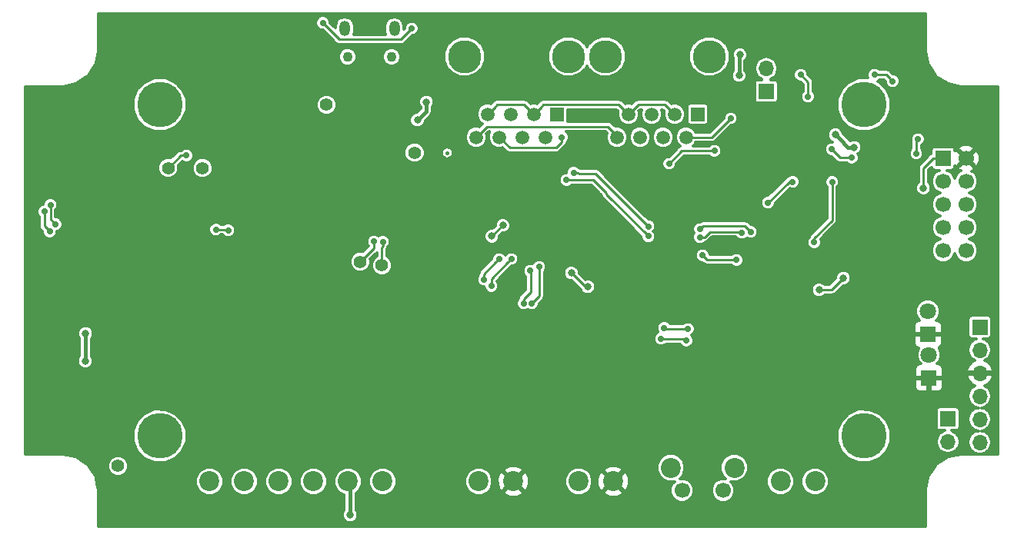
<source format=gbl>
G04 #@! TF.GenerationSoftware,KiCad,Pcbnew,(2017-05-10 revision 747583606)-makepkg*
G04 #@! TF.CreationDate,2017-05-29T23:21:34+02:00*
G04 #@! TF.ProjectId,BMS-5s,424D532D35732E6B696361645F706362,rev?*
G04 #@! TF.FileFunction,Copper,L2,Bot,Signal*
G04 #@! TF.FilePolarity,Positive*
%FSLAX46Y46*%
G04 Gerber Fmt 4.6, Leading zero omitted, Abs format (unit mm)*
G04 Created by KiCad (PCBNEW (2017-05-10 revision 747583606)-makepkg) date 05/29/17 23:21:34*
%MOMM*%
%LPD*%
G01*
G04 APERTURE LIST*
%ADD10C,0.150000*%
%ADD11C,1.500000*%
%ADD12R,1.500000X1.500000*%
%ADD13C,3.650000*%
%ADD14C,1.700000*%
%ADD15R,1.700000X1.700000*%
%ADD16C,2.200000*%
%ADD17O,1.200000X1.700000*%
%ADD18C,1.100000*%
%ADD19O,1.700000X1.700000*%
%ADD20C,1.400000*%
%ADD21C,5.000000*%
%ADD22R,1.800000X1.800000*%
%ADD23C,1.800000*%
%ADD24C,0.800000*%
%ADD25C,0.700000*%
%ADD26C,0.400000*%
%ADD27C,0.250000*%
%ADD28C,0.300000*%
G04 APERTURE END LIST*
D10*
D11*
X158055000Y-74080000D03*
X159325000Y-71540000D03*
X160595000Y-74080000D03*
X161865000Y-71540000D03*
X163135000Y-74080000D03*
X164405000Y-71540000D03*
X165675000Y-74080000D03*
D12*
X166945000Y-71540000D03*
D13*
X168215000Y-65190000D03*
X156785000Y-65190000D03*
D11*
X142555000Y-74080000D03*
X143825000Y-71540000D03*
X145095000Y-74080000D03*
X146365000Y-71540000D03*
X147635000Y-74080000D03*
X148905000Y-71540000D03*
X150175000Y-74080000D03*
D12*
X151445000Y-71540000D03*
D13*
X152715000Y-65190000D03*
X141285000Y-65190000D03*
D14*
X196500000Y-86580000D03*
X193960000Y-86580000D03*
X196500000Y-84040000D03*
X193960000Y-84040000D03*
X196500000Y-81500000D03*
X193960000Y-81500000D03*
X196500000Y-78960000D03*
X193960000Y-78960000D03*
X196500000Y-76420000D03*
D15*
X193960000Y-76420000D03*
D16*
X179885001Y-111997500D03*
X176075001Y-111997500D03*
D17*
X128110000Y-62140000D03*
X133570000Y-62140000D03*
D18*
X128420000Y-65220000D03*
X133260000Y-65220000D03*
D16*
X142845000Y-112000000D03*
X146655000Y-112000000D03*
X157655000Y-112000000D03*
X153845000Y-112000000D03*
D19*
X198000000Y-107700000D03*
X198000000Y-105160000D03*
X198000000Y-102620000D03*
X198000000Y-100080000D03*
X198000000Y-97540000D03*
D15*
X198000000Y-95000000D03*
D16*
X132275000Y-112000000D03*
X128465000Y-112000000D03*
X124655000Y-112000000D03*
X120845000Y-112000000D03*
X117035000Y-112000000D03*
X113225000Y-112000000D03*
D20*
X135800000Y-75800000D03*
X129800000Y-87800000D03*
X132200000Y-88200000D03*
X108675000Y-77475000D03*
X103150000Y-110300000D03*
X112450000Y-77500000D03*
X126100000Y-70500000D03*
D15*
X174500000Y-69040000D03*
D19*
X174500000Y-66500000D03*
D16*
X164000000Y-110500000D03*
X171000000Y-110500000D03*
D14*
X165250000Y-113000000D03*
X169750000Y-113000000D03*
D21*
X185250000Y-107000000D03*
X185250000Y-70500000D03*
X107750000Y-70500000D03*
D22*
X192400000Y-100600000D03*
D23*
X192400000Y-98060000D03*
D22*
X192300000Y-95800000D03*
D23*
X192300000Y-93260000D03*
D15*
X194500000Y-105100000D03*
D19*
X194500000Y-107640000D03*
D21*
X107750000Y-107000000D03*
D24*
X137100000Y-70200000D03*
X136100000Y-72200000D03*
D25*
X95650000Y-84475000D03*
X95050000Y-82275000D03*
X110675000Y-76100000D03*
X96275000Y-83675000D03*
X95725000Y-81550000D03*
D24*
X145500000Y-83800000D03*
X144300000Y-85000000D03*
X182100000Y-73799998D03*
X184171157Y-75197642D03*
X171600000Y-65000000D03*
X171500000Y-67300000D03*
X191800000Y-79700000D03*
X180300000Y-90900000D03*
X183000000Y-89600000D03*
X154851771Y-90551684D03*
X153051236Y-89028758D03*
D25*
X177400000Y-79000000D03*
X174700000Y-81300000D03*
X135500000Y-62100000D03*
X181700000Y-75400000D03*
X183904230Y-76341218D03*
X168800000Y-75600000D03*
X163800000Y-77000000D03*
X191007119Y-75900012D03*
X191200000Y-74299994D03*
X125700000Y-61500000D03*
D24*
X128700000Y-115700000D03*
X99600000Y-95700000D03*
X99550000Y-98750000D03*
D25*
X170600000Y-72000000D03*
X179100000Y-69600000D03*
X178300000Y-67200000D03*
X167199969Y-84200000D03*
X172800000Y-84499998D03*
X167199987Y-85100000D03*
X171800000Y-84600006D03*
X167500000Y-87100004D03*
X171230182Y-87600044D03*
X152000002Y-74100000D03*
X146431051Y-87499994D03*
X144232166Y-90467834D03*
X145081040Y-87498257D03*
X143422695Y-89777305D03*
X152500000Y-78800000D03*
X161500000Y-85000000D03*
X153300000Y-78000000D03*
X161500000Y-83900000D03*
X165700000Y-96500000D03*
X162900000Y-96300000D03*
X163249997Y-95100000D03*
X165874857Y-95200000D03*
X188400000Y-67900000D03*
X186400000Y-67200000D03*
X179780132Y-85675119D03*
X181750000Y-79025000D03*
D24*
X171350000Y-79800000D03*
X163500000Y-78350002D03*
X156134736Y-80520929D03*
X125200000Y-85500000D03*
X112000000Y-80100000D03*
X177200000Y-67400000D03*
X189500000Y-66600000D03*
X180800000Y-77700000D03*
X166100000Y-76700000D03*
X172100000Y-77100000D03*
X148800000Y-80400000D03*
X157313274Y-90135256D03*
X129000000Y-66700000D03*
X122000000Y-64800000D03*
X131300000Y-71100000D03*
X167200000Y-107600000D03*
X108675000Y-89500000D03*
X177600000Y-63100000D03*
X99925000Y-82025000D03*
X99100000Y-79000000D03*
X100900000Y-89500000D03*
X97865693Y-95465693D03*
X97100002Y-101999998D03*
X167300000Y-94200000D03*
X153700000Y-86200000D03*
X153700000Y-87800000D03*
X121800000Y-61100000D03*
X115300000Y-61200000D03*
X131200000Y-76000000D03*
X130700000Y-80000000D03*
X117100000Y-74800000D03*
X124300000Y-79300000D03*
X124300000Y-77600000D03*
X123200000Y-75700000D03*
X105200000Y-90200000D03*
X107400000Y-93300000D03*
X136600000Y-94600000D03*
D25*
X153600000Y-84600000D03*
X153600000Y-83000000D03*
X149507459Y-88349924D03*
X148700000Y-92400000D03*
X147799987Y-92400000D03*
X148500008Y-88799933D03*
X115295522Y-84324967D03*
X113945510Y-84254490D03*
X132300000Y-85600000D03*
X131321278Y-85576845D03*
D26*
X139399994Y-75800000D02*
X139400000Y-75800006D01*
X137100000Y-71200000D02*
X137100000Y-70765685D01*
X136100000Y-72200000D02*
X137100000Y-71200000D01*
X137100000Y-70765685D02*
X137100000Y-70200000D01*
D27*
X95050000Y-82275000D02*
X95050000Y-83875000D01*
X95050000Y-83875000D02*
X95650000Y-84475000D01*
X108675000Y-77475000D02*
X110050000Y-76100000D01*
X110050000Y-76100000D02*
X110675000Y-76100000D01*
X95725000Y-81550000D02*
X95725000Y-83125000D01*
X95725000Y-83125000D02*
X96275000Y-83675000D01*
X144300000Y-85000000D02*
X145500000Y-83800000D01*
D26*
X182499999Y-74199997D02*
X182100000Y-73799998D01*
X183497644Y-75197642D02*
X182499999Y-74199997D01*
X184171157Y-75197642D02*
X183497644Y-75197642D01*
X171500000Y-67300000D02*
X171500000Y-65100000D01*
X171500000Y-65100000D02*
X171600000Y-65000000D01*
D27*
X193960000Y-76420000D02*
X192860000Y-76420000D01*
X192860000Y-76420000D02*
X191800000Y-77480000D01*
X191800000Y-77480000D02*
X191800000Y-79700000D01*
X183000000Y-89600000D02*
X181700000Y-90900000D01*
X181700000Y-90900000D02*
X180300000Y-90900000D01*
X154574162Y-90551684D02*
X154851771Y-90551684D01*
X153051236Y-89028758D02*
X154574162Y-90551684D01*
X177000000Y-79000000D02*
X177400000Y-79000000D01*
X174700000Y-81300000D02*
X177000000Y-79000000D01*
X135150001Y-62449999D02*
X135500000Y-62100000D01*
X134284990Y-63315010D02*
X135150001Y-62449999D01*
X127515010Y-63315010D02*
X134284990Y-63315010D01*
X125700000Y-61500000D02*
X127515010Y-63315010D01*
X182049999Y-75749999D02*
X181700000Y-75400000D01*
X182641218Y-76341218D02*
X182049999Y-75749999D01*
X183904230Y-76341218D02*
X182641218Y-76341218D01*
X163800000Y-77000000D02*
X165200000Y-75600000D01*
X165200000Y-75600000D02*
X168800000Y-75600000D01*
X191007119Y-75900012D02*
X191007119Y-74492875D01*
X191007119Y-74492875D02*
X191200000Y-74299994D01*
D26*
X128700000Y-115700000D02*
X128700000Y-112235000D01*
X128700000Y-112235000D02*
X128465000Y-112000000D01*
X99550000Y-98750000D02*
X99550000Y-95750000D01*
X99550000Y-95750000D02*
X99600000Y-95700000D01*
D27*
X170600000Y-72000000D02*
X168520000Y-74080000D01*
X168520000Y-74080000D02*
X165675000Y-74080000D01*
X178300000Y-67200000D02*
X179100000Y-68000000D01*
X179100000Y-68000000D02*
X179100000Y-69600000D01*
X167549968Y-83850001D02*
X167199969Y-84200000D01*
X172800000Y-84499998D02*
X172150003Y-83850001D01*
X172150003Y-83850001D02*
X167549968Y-83850001D01*
X171800000Y-84600006D02*
X171699994Y-84500000D01*
X171699994Y-84500000D02*
X168294961Y-84500000D01*
X168294961Y-84500000D02*
X167694961Y-85100000D01*
X167694961Y-85100000D02*
X167199987Y-85100000D01*
X171230182Y-87600044D02*
X171230138Y-87600000D01*
X171230138Y-87600000D02*
X168000000Y-87600000D01*
X168000000Y-87600000D02*
X167500004Y-87100004D01*
X167500004Y-87100004D02*
X167500000Y-87100004D01*
X148905000Y-71540000D02*
X147829999Y-70464999D01*
X147829999Y-70464999D02*
X144900001Y-70464999D01*
X144900001Y-70464999D02*
X144574999Y-70790001D01*
X144574999Y-70790001D02*
X143825000Y-71540000D01*
X159325000Y-71540000D02*
X158249999Y-70464999D01*
X158249999Y-70464999D02*
X149980001Y-70464999D01*
X149980001Y-70464999D02*
X149654999Y-70790001D01*
X149654999Y-70790001D02*
X148905000Y-71540000D01*
X164405000Y-71540000D02*
X163329999Y-70464999D01*
X163329999Y-70464999D02*
X160400001Y-70464999D01*
X160400001Y-70464999D02*
X160074999Y-70790001D01*
X160074999Y-70790001D02*
X159325000Y-71540000D01*
X152000002Y-74100000D02*
X152000002Y-74594974D01*
X152000002Y-74594974D02*
X151339975Y-75255001D01*
X151339975Y-75255001D02*
X146270001Y-75255001D01*
X146270001Y-75255001D02*
X145095000Y-74080000D01*
X158055000Y-74080000D02*
X158100000Y-74035000D01*
X158100000Y-74035000D02*
X158100000Y-73925000D01*
X158100000Y-73925000D02*
X157075000Y-72900000D01*
X157075000Y-72900000D02*
X143735000Y-72900000D01*
X143735000Y-72900000D02*
X142555000Y-74080000D01*
X144232166Y-90467834D02*
X144232166Y-89698879D01*
X144232166Y-89698879D02*
X146081052Y-87849993D01*
X146081052Y-87849993D02*
X146431051Y-87499994D01*
X143422695Y-89777305D02*
X143422695Y-89156602D01*
X144731041Y-87848256D02*
X145081040Y-87498257D01*
X143422695Y-89156602D02*
X144731041Y-87848256D01*
X156858549Y-80186107D02*
X155472442Y-78800000D01*
X156858549Y-80358549D02*
X156858549Y-80186107D01*
X152994974Y-78800000D02*
X152500000Y-78800000D01*
X155472442Y-78800000D02*
X152994974Y-78800000D01*
X161500000Y-85000000D02*
X156858549Y-80358549D01*
X161500000Y-83900000D02*
X155675001Y-78075001D01*
X155675001Y-78075001D02*
X153869975Y-78075001D01*
X153794974Y-78000000D02*
X153300000Y-78000000D01*
X153869975Y-78075001D02*
X153794974Y-78000000D01*
X162900000Y-96300000D02*
X165500000Y-96300000D01*
X165500000Y-96300000D02*
X165700000Y-96500000D01*
X163349997Y-95200000D02*
X163249997Y-95100000D01*
X165874857Y-95200000D02*
X163349997Y-95200000D01*
X187700000Y-67200000D02*
X188050001Y-67550001D01*
X186400000Y-67200000D02*
X187700000Y-67200000D01*
X188050001Y-67550001D02*
X188400000Y-67900000D01*
X181750000Y-83225660D02*
X179780132Y-85195528D01*
X181750000Y-79025000D02*
X181750000Y-83225660D01*
X179780132Y-85195528D02*
X179780132Y-85675119D01*
D26*
X123200000Y-75700000D02*
X123200000Y-76500000D01*
X123200000Y-76500000D02*
X124300000Y-77600000D01*
D27*
X149507459Y-91592541D02*
X149049999Y-92050001D01*
X149049999Y-92050001D02*
X148700000Y-92400000D01*
X149507459Y-88349924D02*
X149507459Y-91592541D01*
X148500008Y-88799933D02*
X148600000Y-88899925D01*
X148600000Y-88899925D02*
X148600000Y-91105013D01*
X148600000Y-91105013D02*
X147799987Y-91905026D01*
X147799987Y-91905026D02*
X147799987Y-92400000D01*
X113945510Y-84254490D02*
X115225045Y-84254490D01*
X115225045Y-84254490D02*
X115295522Y-84324967D01*
X132300000Y-86094974D02*
X132200000Y-86194974D01*
X132200000Y-86194974D02*
X132200000Y-88200000D01*
X132300000Y-86094974D02*
X132300000Y-85600000D01*
X131321278Y-86278722D02*
X131321278Y-86071819D01*
X129800000Y-87800000D02*
X131321278Y-86278722D01*
X131321278Y-86071819D02*
X131321278Y-85576845D01*
D28*
G36*
X192000000Y-64500000D02*
X192009607Y-64548298D01*
X192009607Y-64597545D01*
X192276029Y-65936937D01*
X192350687Y-66117177D01*
X193109391Y-67252659D01*
X193247341Y-67390609D01*
X194382820Y-68149311D01*
X194382822Y-68149313D01*
X194563063Y-68223971D01*
X195902454Y-68490393D01*
X195951702Y-68490393D01*
X196000000Y-68500000D01*
X200000000Y-68500000D01*
X200000000Y-109000000D01*
X198025469Y-109000000D01*
X198522957Y-108901043D01*
X198944708Y-108619239D01*
X199226512Y-108197488D01*
X199325469Y-107700000D01*
X199226512Y-107202512D01*
X198944708Y-106780761D01*
X198522957Y-106498957D01*
X198176288Y-106430000D01*
X198522957Y-106361043D01*
X198944708Y-106079239D01*
X199226512Y-105657488D01*
X199325469Y-105160000D01*
X199226512Y-104662512D01*
X198944708Y-104240761D01*
X198522957Y-103958957D01*
X198176288Y-103890000D01*
X198522957Y-103821043D01*
X198944708Y-103539239D01*
X199226512Y-103117488D01*
X199325469Y-102620000D01*
X199226512Y-102122512D01*
X198944708Y-101700761D01*
X198565506Y-101447387D01*
X198874730Y-101308387D01*
X199278228Y-100880137D01*
X199469619Y-100418061D01*
X199339469Y-100184000D01*
X198104000Y-100184000D01*
X198104000Y-100204000D01*
X197896000Y-100204000D01*
X197896000Y-100184000D01*
X196660531Y-100184000D01*
X196530381Y-100418061D01*
X196721772Y-100880137D01*
X197125270Y-101308387D01*
X197434494Y-101447387D01*
X197055292Y-101700761D01*
X196773488Y-102122512D01*
X196674531Y-102620000D01*
X196773488Y-103117488D01*
X197055292Y-103539239D01*
X197477043Y-103821043D01*
X197823712Y-103890000D01*
X197477043Y-103958957D01*
X197055292Y-104240761D01*
X196773488Y-104662512D01*
X196674531Y-105160000D01*
X196773488Y-105657488D01*
X197055292Y-106079239D01*
X197477043Y-106361043D01*
X197823712Y-106430000D01*
X197477043Y-106498957D01*
X197055292Y-106780761D01*
X196773488Y-107202512D01*
X196674531Y-107700000D01*
X196773488Y-108197488D01*
X197055292Y-108619239D01*
X197477043Y-108901043D01*
X197974531Y-109000000D01*
X196000000Y-109000000D01*
X195951702Y-109009607D01*
X195902454Y-109009607D01*
X194563063Y-109276029D01*
X194382822Y-109350687D01*
X194382820Y-109350689D01*
X193247341Y-110109391D01*
X193109391Y-110247341D01*
X192350688Y-111382822D01*
X192350687Y-111382823D01*
X192276029Y-111563063D01*
X192009607Y-112902455D01*
X192009607Y-112951702D01*
X192000000Y-113000000D01*
X192000000Y-117000000D01*
X101000000Y-117000000D01*
X101000000Y-113000000D01*
X100990393Y-112951702D01*
X100990393Y-112902454D01*
X100871942Y-112306961D01*
X111674732Y-112306961D01*
X111910208Y-112876857D01*
X112345849Y-113313260D01*
X112915333Y-113549730D01*
X113531961Y-113550268D01*
X114101857Y-113314792D01*
X114538260Y-112879151D01*
X114774730Y-112309667D01*
X114774732Y-112306961D01*
X115484732Y-112306961D01*
X115720208Y-112876857D01*
X116155849Y-113313260D01*
X116725333Y-113549730D01*
X117341961Y-113550268D01*
X117911857Y-113314792D01*
X118348260Y-112879151D01*
X118584730Y-112309667D01*
X118584732Y-112306961D01*
X119294732Y-112306961D01*
X119530208Y-112876857D01*
X119965849Y-113313260D01*
X120535333Y-113549730D01*
X121151961Y-113550268D01*
X121721857Y-113314792D01*
X122158260Y-112879151D01*
X122394730Y-112309667D01*
X122394732Y-112306961D01*
X123104732Y-112306961D01*
X123340208Y-112876857D01*
X123775849Y-113313260D01*
X124345333Y-113549730D01*
X124961961Y-113550268D01*
X125531857Y-113314792D01*
X125968260Y-112879151D01*
X126204730Y-112309667D01*
X126204732Y-112306961D01*
X126914732Y-112306961D01*
X127150208Y-112876857D01*
X127585849Y-113313260D01*
X128050000Y-113505992D01*
X128050000Y-115147833D01*
X127979826Y-115217885D01*
X127850148Y-115530183D01*
X127849853Y-115868334D01*
X127978985Y-116180857D01*
X128217885Y-116420174D01*
X128530183Y-116549852D01*
X128868334Y-116550147D01*
X129180857Y-116421015D01*
X129420174Y-116182115D01*
X129549852Y-115869817D01*
X129550147Y-115531666D01*
X129421015Y-115219143D01*
X129350000Y-115148004D01*
X129350000Y-113306663D01*
X129778260Y-112879151D01*
X130014730Y-112309667D01*
X130014732Y-112306961D01*
X130724732Y-112306961D01*
X130960208Y-112876857D01*
X131395849Y-113313260D01*
X131965333Y-113549730D01*
X132581961Y-113550268D01*
X133151857Y-113314792D01*
X133588260Y-112879151D01*
X133824730Y-112309667D01*
X133824732Y-112306961D01*
X141294732Y-112306961D01*
X141530208Y-112876857D01*
X141965849Y-113313260D01*
X142535333Y-113549730D01*
X143151961Y-113550268D01*
X143721857Y-113314792D01*
X143814494Y-113222316D01*
X145579762Y-113222316D01*
X145687343Y-113508802D01*
X146338395Y-113764258D01*
X147037647Y-113751121D01*
X147622657Y-113508802D01*
X147730238Y-113222316D01*
X146655000Y-112147078D01*
X145579762Y-113222316D01*
X143814494Y-113222316D01*
X144158260Y-112879151D01*
X144394730Y-112309667D01*
X144395268Y-111693039D01*
X144391284Y-111683395D01*
X144890742Y-111683395D01*
X144903879Y-112382647D01*
X145146198Y-112967657D01*
X145432684Y-113075238D01*
X146507922Y-112000000D01*
X146802078Y-112000000D01*
X147877316Y-113075238D01*
X148163802Y-112967657D01*
X148419258Y-112316605D01*
X148419077Y-112306961D01*
X152294732Y-112306961D01*
X152530208Y-112876857D01*
X152965849Y-113313260D01*
X153535333Y-113549730D01*
X154151961Y-113550268D01*
X154721857Y-113314792D01*
X154814494Y-113222316D01*
X156579762Y-113222316D01*
X156687343Y-113508802D01*
X157338395Y-113764258D01*
X158037647Y-113751121D01*
X158622657Y-113508802D01*
X158730238Y-113222316D01*
X157655000Y-112147078D01*
X156579762Y-113222316D01*
X154814494Y-113222316D01*
X155158260Y-112879151D01*
X155394730Y-112309667D01*
X155395268Y-111693039D01*
X155391284Y-111683395D01*
X155890742Y-111683395D01*
X155903879Y-112382647D01*
X156146198Y-112967657D01*
X156432684Y-113075238D01*
X157507922Y-112000000D01*
X157802078Y-112000000D01*
X158877316Y-113075238D01*
X159163802Y-112967657D01*
X159419258Y-112316605D01*
X159406121Y-111617353D01*
X159163802Y-111032343D01*
X158877316Y-110924762D01*
X157802078Y-112000000D01*
X157507922Y-112000000D01*
X156432684Y-110924762D01*
X156146198Y-111032343D01*
X155890742Y-111683395D01*
X155391284Y-111683395D01*
X155159792Y-111123143D01*
X154814937Y-110777684D01*
X156579762Y-110777684D01*
X157655000Y-111852922D01*
X158700961Y-110806961D01*
X162449732Y-110806961D01*
X162685208Y-111376857D01*
X163120849Y-111813260D01*
X163690333Y-112049730D01*
X164306961Y-112050268D01*
X164399687Y-112011954D01*
X164148556Y-112262647D01*
X163950226Y-112740279D01*
X163949774Y-113257452D01*
X164147271Y-113735429D01*
X164512647Y-114101444D01*
X164990279Y-114299774D01*
X165507452Y-114300226D01*
X165985429Y-114102729D01*
X166351444Y-113737353D01*
X166549774Y-113259721D01*
X166549775Y-113257452D01*
X168449774Y-113257452D01*
X168647271Y-113735429D01*
X169012647Y-114101444D01*
X169490279Y-114299774D01*
X170007452Y-114300226D01*
X170485429Y-114102729D01*
X170851444Y-113737353D01*
X171049774Y-113259721D01*
X171050226Y-112742548D01*
X170869212Y-112304461D01*
X174524733Y-112304461D01*
X174760209Y-112874357D01*
X175195850Y-113310760D01*
X175765334Y-113547230D01*
X176381962Y-113547768D01*
X176951858Y-113312292D01*
X177388261Y-112876651D01*
X177624731Y-112307167D01*
X177624733Y-112304461D01*
X178334733Y-112304461D01*
X178570209Y-112874357D01*
X179005850Y-113310760D01*
X179575334Y-113547230D01*
X180191962Y-113547768D01*
X180761858Y-113312292D01*
X181198261Y-112876651D01*
X181434731Y-112307167D01*
X181435269Y-111690539D01*
X181199793Y-111120643D01*
X180764152Y-110684240D01*
X180194668Y-110447770D01*
X179578040Y-110447232D01*
X179008144Y-110682708D01*
X178571741Y-111118349D01*
X178335271Y-111687833D01*
X178334733Y-112304461D01*
X177624733Y-112304461D01*
X177625269Y-111690539D01*
X177389793Y-111120643D01*
X176954152Y-110684240D01*
X176384668Y-110447770D01*
X175768040Y-110447232D01*
X175198144Y-110682708D01*
X174761741Y-111118349D01*
X174525271Y-111687833D01*
X174524733Y-112304461D01*
X170869212Y-112304461D01*
X170852729Y-112264571D01*
X170601399Y-112012801D01*
X170690333Y-112049730D01*
X171306961Y-112050268D01*
X171876857Y-111814792D01*
X172313260Y-111379151D01*
X172549730Y-110809667D01*
X172550268Y-110193039D01*
X172314792Y-109623143D01*
X171879151Y-109186740D01*
X171309667Y-108950270D01*
X170693039Y-108949732D01*
X170123143Y-109185208D01*
X169686740Y-109620849D01*
X169450270Y-110190333D01*
X169449732Y-110806961D01*
X169685208Y-111376857D01*
X170008011Y-111700225D01*
X169492548Y-111699774D01*
X169014571Y-111897271D01*
X168648556Y-112262647D01*
X168450226Y-112740279D01*
X168449774Y-113257452D01*
X166549775Y-113257452D01*
X166550226Y-112742548D01*
X166352729Y-112264571D01*
X165987353Y-111898556D01*
X165509721Y-111700226D01*
X164992548Y-111699774D01*
X164991743Y-111700107D01*
X165313260Y-111379151D01*
X165549730Y-110809667D01*
X165550268Y-110193039D01*
X165314792Y-109623143D01*
X164879151Y-109186740D01*
X164309667Y-108950270D01*
X163693039Y-108949732D01*
X163123143Y-109185208D01*
X162686740Y-109620849D01*
X162450270Y-110190333D01*
X162449732Y-110806961D01*
X158700961Y-110806961D01*
X158730238Y-110777684D01*
X158622657Y-110491198D01*
X157971605Y-110235742D01*
X157272353Y-110248879D01*
X156687343Y-110491198D01*
X156579762Y-110777684D01*
X154814937Y-110777684D01*
X154724151Y-110686740D01*
X154154667Y-110450270D01*
X153538039Y-110449732D01*
X152968143Y-110685208D01*
X152531740Y-111120849D01*
X152295270Y-111690333D01*
X152294732Y-112306961D01*
X148419077Y-112306961D01*
X148406121Y-111617353D01*
X148163802Y-111032343D01*
X147877316Y-110924762D01*
X146802078Y-112000000D01*
X146507922Y-112000000D01*
X145432684Y-110924762D01*
X145146198Y-111032343D01*
X144890742Y-111683395D01*
X144391284Y-111683395D01*
X144159792Y-111123143D01*
X143814937Y-110777684D01*
X145579762Y-110777684D01*
X146655000Y-111852922D01*
X147730238Y-110777684D01*
X147622657Y-110491198D01*
X146971605Y-110235742D01*
X146272353Y-110248879D01*
X145687343Y-110491198D01*
X145579762Y-110777684D01*
X143814937Y-110777684D01*
X143724151Y-110686740D01*
X143154667Y-110450270D01*
X142538039Y-110449732D01*
X141968143Y-110685208D01*
X141531740Y-111120849D01*
X141295270Y-111690333D01*
X141294732Y-112306961D01*
X133824732Y-112306961D01*
X133825268Y-111693039D01*
X133589792Y-111123143D01*
X133154151Y-110686740D01*
X132584667Y-110450270D01*
X131968039Y-110449732D01*
X131398143Y-110685208D01*
X130961740Y-111120849D01*
X130725270Y-111690333D01*
X130724732Y-112306961D01*
X130014732Y-112306961D01*
X130015268Y-111693039D01*
X129779792Y-111123143D01*
X129344151Y-110686740D01*
X128774667Y-110450270D01*
X128158039Y-110449732D01*
X127588143Y-110685208D01*
X127151740Y-111120849D01*
X126915270Y-111690333D01*
X126914732Y-112306961D01*
X126204732Y-112306961D01*
X126205268Y-111693039D01*
X125969792Y-111123143D01*
X125534151Y-110686740D01*
X124964667Y-110450270D01*
X124348039Y-110449732D01*
X123778143Y-110685208D01*
X123341740Y-111120849D01*
X123105270Y-111690333D01*
X123104732Y-112306961D01*
X122394732Y-112306961D01*
X122395268Y-111693039D01*
X122159792Y-111123143D01*
X121724151Y-110686740D01*
X121154667Y-110450270D01*
X120538039Y-110449732D01*
X119968143Y-110685208D01*
X119531740Y-111120849D01*
X119295270Y-111690333D01*
X119294732Y-112306961D01*
X118584732Y-112306961D01*
X118585268Y-111693039D01*
X118349792Y-111123143D01*
X117914151Y-110686740D01*
X117344667Y-110450270D01*
X116728039Y-110449732D01*
X116158143Y-110685208D01*
X115721740Y-111120849D01*
X115485270Y-111690333D01*
X115484732Y-112306961D01*
X114774732Y-112306961D01*
X114775268Y-111693039D01*
X114539792Y-111123143D01*
X114104151Y-110686740D01*
X113534667Y-110450270D01*
X112918039Y-110449732D01*
X112348143Y-110685208D01*
X111911740Y-111120849D01*
X111675270Y-111690333D01*
X111674732Y-112306961D01*
X100871942Y-112306961D01*
X100723971Y-111563063D01*
X100649313Y-111382822D01*
X100649311Y-111382820D01*
X100077970Y-110527746D01*
X101999801Y-110527746D01*
X102174509Y-110950572D01*
X102497727Y-111274354D01*
X102920247Y-111449800D01*
X103377746Y-111450199D01*
X103800572Y-111275491D01*
X104124354Y-110952273D01*
X104299800Y-110529753D01*
X104300199Y-110072254D01*
X104125491Y-109649428D01*
X103802273Y-109325646D01*
X103379753Y-109150200D01*
X102922254Y-109149801D01*
X102499428Y-109324509D01*
X102175646Y-109647727D01*
X102000200Y-110070247D01*
X101999801Y-110527746D01*
X100077970Y-110527746D01*
X99890609Y-110247341D01*
X99752659Y-110109391D01*
X98617177Y-109350687D01*
X98436937Y-109276029D01*
X97097545Y-109009607D01*
X97048298Y-109009607D01*
X97000000Y-109000000D01*
X93000000Y-109000000D01*
X93000000Y-107584217D01*
X104799489Y-107584217D01*
X105247653Y-108668858D01*
X106076777Y-109499430D01*
X107160634Y-109949487D01*
X108334217Y-109950511D01*
X109418858Y-109502347D01*
X110249430Y-108673223D01*
X110699487Y-107589366D01*
X110699491Y-107584217D01*
X182299489Y-107584217D01*
X182747653Y-108668858D01*
X183576777Y-109499430D01*
X184660634Y-109949487D01*
X185834217Y-109950511D01*
X186918858Y-109502347D01*
X187749430Y-108673223D01*
X188178461Y-107640000D01*
X193174531Y-107640000D01*
X193273488Y-108137488D01*
X193555292Y-108559239D01*
X193977043Y-108841043D01*
X194474531Y-108940000D01*
X194525469Y-108940000D01*
X195022957Y-108841043D01*
X195444708Y-108559239D01*
X195726512Y-108137488D01*
X195825469Y-107640000D01*
X195726512Y-107142512D01*
X195444708Y-106720761D01*
X195022957Y-106438957D01*
X194871429Y-106408816D01*
X195350000Y-106408816D01*
X195525581Y-106373891D01*
X195674432Y-106274432D01*
X195773891Y-106125581D01*
X195808816Y-105950000D01*
X195808816Y-104250000D01*
X195773891Y-104074419D01*
X195674432Y-103925568D01*
X195525581Y-103826109D01*
X195350000Y-103791184D01*
X193650000Y-103791184D01*
X193474419Y-103826109D01*
X193325568Y-103925568D01*
X193226109Y-104074419D01*
X193191184Y-104250000D01*
X193191184Y-105950000D01*
X193226109Y-106125581D01*
X193325568Y-106274432D01*
X193474419Y-106373891D01*
X193650000Y-106408816D01*
X194128571Y-106408816D01*
X193977043Y-106438957D01*
X193555292Y-106720761D01*
X193273488Y-107142512D01*
X193174531Y-107640000D01*
X188178461Y-107640000D01*
X188199487Y-107589366D01*
X188200511Y-106415783D01*
X187752347Y-105331142D01*
X186923223Y-104500570D01*
X185839366Y-104050513D01*
X184665783Y-104049489D01*
X183581142Y-104497653D01*
X182750570Y-105326777D01*
X182300513Y-106410634D01*
X182299489Y-107584217D01*
X110699491Y-107584217D01*
X110700511Y-106415783D01*
X110252347Y-105331142D01*
X109423223Y-104500570D01*
X108339366Y-104050513D01*
X107165783Y-104049489D01*
X106081142Y-104497653D01*
X105250570Y-105326777D01*
X104800513Y-106410634D01*
X104799489Y-107584217D01*
X93000000Y-107584217D01*
X93000000Y-100868500D01*
X190842000Y-100868500D01*
X190842000Y-101630884D01*
X190942174Y-101872727D01*
X191127273Y-102057825D01*
X191369115Y-102158000D01*
X192131500Y-102158000D01*
X192296000Y-101993500D01*
X192296000Y-100704000D01*
X192504000Y-100704000D01*
X192504000Y-101993500D01*
X192668500Y-102158000D01*
X193430885Y-102158000D01*
X193672727Y-102057825D01*
X193857826Y-101872727D01*
X193958000Y-101630884D01*
X193958000Y-100868500D01*
X193793500Y-100704000D01*
X192504000Y-100704000D01*
X192296000Y-100704000D01*
X191006500Y-100704000D01*
X190842000Y-100868500D01*
X93000000Y-100868500D01*
X93000000Y-98918334D01*
X98699853Y-98918334D01*
X98828985Y-99230857D01*
X99067885Y-99470174D01*
X99380183Y-99599852D01*
X99718334Y-99600147D01*
X100030857Y-99471015D01*
X100270174Y-99232115D01*
X100399852Y-98919817D01*
X100400147Y-98581666D01*
X100271015Y-98269143D01*
X100200000Y-98198004D01*
X100200000Y-96458432D01*
X162099861Y-96458432D01*
X162221397Y-96752572D01*
X162446245Y-96977812D01*
X162740172Y-97099861D01*
X163058432Y-97100139D01*
X163352572Y-96978603D01*
X163456356Y-96875000D01*
X164989345Y-96875000D01*
X165021397Y-96952572D01*
X165246245Y-97177812D01*
X165540172Y-97299861D01*
X165858432Y-97300139D01*
X166152572Y-97178603D01*
X166377812Y-96953755D01*
X166499861Y-96659828D01*
X166500139Y-96341568D01*
X166387310Y-96068500D01*
X190742000Y-96068500D01*
X190742000Y-96830884D01*
X190842174Y-97072727D01*
X191027273Y-97257825D01*
X191235516Y-97344083D01*
X191050235Y-97790290D01*
X191049766Y-98327353D01*
X191254858Y-98823715D01*
X191472763Y-99042000D01*
X191369115Y-99042000D01*
X191127273Y-99142175D01*
X190942174Y-99327273D01*
X190842000Y-99569116D01*
X190842000Y-100331500D01*
X191006500Y-100496000D01*
X192296000Y-100496000D01*
X192296000Y-100476000D01*
X192504000Y-100476000D01*
X192504000Y-100496000D01*
X193793500Y-100496000D01*
X193958000Y-100331500D01*
X193958000Y-99741939D01*
X196530381Y-99741939D01*
X196660531Y-99976000D01*
X197896000Y-99976000D01*
X197896000Y-99956000D01*
X198104000Y-99956000D01*
X198104000Y-99976000D01*
X199339469Y-99976000D01*
X199469619Y-99741939D01*
X199278228Y-99279863D01*
X198874730Y-98851613D01*
X198565506Y-98712613D01*
X198944708Y-98459239D01*
X199226512Y-98037488D01*
X199325469Y-97540000D01*
X199226512Y-97042512D01*
X198944708Y-96620761D01*
X198522957Y-96338957D01*
X198371429Y-96308816D01*
X198850000Y-96308816D01*
X199025581Y-96273891D01*
X199174432Y-96174432D01*
X199273891Y-96025581D01*
X199308816Y-95850000D01*
X199308816Y-94150000D01*
X199273891Y-93974419D01*
X199174432Y-93825568D01*
X199025581Y-93726109D01*
X198850000Y-93691184D01*
X197150000Y-93691184D01*
X196974419Y-93726109D01*
X196825568Y-93825568D01*
X196726109Y-93974419D01*
X196691184Y-94150000D01*
X196691184Y-95850000D01*
X196726109Y-96025581D01*
X196825568Y-96174432D01*
X196974419Y-96273891D01*
X197150000Y-96308816D01*
X197628571Y-96308816D01*
X197477043Y-96338957D01*
X197055292Y-96620761D01*
X196773488Y-97042512D01*
X196674531Y-97540000D01*
X196773488Y-98037488D01*
X197055292Y-98459239D01*
X197434494Y-98712613D01*
X197125270Y-98851613D01*
X196721772Y-99279863D01*
X196530381Y-99741939D01*
X193958000Y-99741939D01*
X193958000Y-99569116D01*
X193857826Y-99327273D01*
X193672727Y-99142175D01*
X193430885Y-99042000D01*
X193327142Y-99042000D01*
X193543807Y-98825712D01*
X193749765Y-98329710D01*
X193750234Y-97792647D01*
X193545142Y-97296285D01*
X193526050Y-97277159D01*
X193572727Y-97257825D01*
X193757826Y-97072727D01*
X193858000Y-96830884D01*
X193858000Y-96068500D01*
X193693500Y-95904000D01*
X192404000Y-95904000D01*
X192404000Y-95924000D01*
X192196000Y-95924000D01*
X192196000Y-95904000D01*
X190906500Y-95904000D01*
X190742000Y-96068500D01*
X166387310Y-96068500D01*
X166378603Y-96047428D01*
X166244343Y-95912934D01*
X166327429Y-95878603D01*
X166552669Y-95653755D01*
X166674718Y-95359828D01*
X166674996Y-95041568D01*
X166562422Y-94769116D01*
X190742000Y-94769116D01*
X190742000Y-95531500D01*
X190906500Y-95696000D01*
X192196000Y-95696000D01*
X192196000Y-95676000D01*
X192404000Y-95676000D01*
X192404000Y-95696000D01*
X193693500Y-95696000D01*
X193858000Y-95531500D01*
X193858000Y-94769116D01*
X193757826Y-94527273D01*
X193572727Y-94342175D01*
X193330885Y-94242000D01*
X193227142Y-94242000D01*
X193443807Y-94025712D01*
X193649765Y-93529710D01*
X193650234Y-92992647D01*
X193445142Y-92496285D01*
X193065712Y-92116193D01*
X192569710Y-91910235D01*
X192032647Y-91909766D01*
X191536285Y-92114858D01*
X191156193Y-92494288D01*
X190950235Y-92990290D01*
X190949766Y-93527353D01*
X191154858Y-94023715D01*
X191372763Y-94242000D01*
X191269115Y-94242000D01*
X191027273Y-94342175D01*
X190842174Y-94527273D01*
X190742000Y-94769116D01*
X166562422Y-94769116D01*
X166553460Y-94747428D01*
X166328612Y-94522188D01*
X166034685Y-94400139D01*
X165716425Y-94399861D01*
X165422285Y-94521397D01*
X165318501Y-94625000D01*
X163906211Y-94625000D01*
X163703752Y-94422188D01*
X163409825Y-94300139D01*
X163091565Y-94299861D01*
X162797425Y-94421397D01*
X162572185Y-94646245D01*
X162450136Y-94940172D01*
X162449858Y-95258432D01*
X162571394Y-95552572D01*
X162583835Y-95565035D01*
X162447428Y-95621397D01*
X162222188Y-95846245D01*
X162100139Y-96140172D01*
X162099861Y-96458432D01*
X100200000Y-96458432D01*
X100200000Y-96302080D01*
X100320174Y-96182115D01*
X100449852Y-95869817D01*
X100450147Y-95531666D01*
X100321015Y-95219143D01*
X100082115Y-94979826D01*
X99769817Y-94850148D01*
X99431666Y-94849853D01*
X99119143Y-94978985D01*
X98879826Y-95217885D01*
X98750148Y-95530183D01*
X98749853Y-95868334D01*
X98878985Y-96180857D01*
X98900000Y-96201909D01*
X98900000Y-98197833D01*
X98829826Y-98267885D01*
X98700148Y-98580183D01*
X98699853Y-98918334D01*
X93000000Y-98918334D01*
X93000000Y-92558432D01*
X146999848Y-92558432D01*
X147121384Y-92852572D01*
X147346232Y-93077812D01*
X147640159Y-93199861D01*
X147958419Y-93200139D01*
X148250349Y-93079516D01*
X148540172Y-93199861D01*
X148858432Y-93200139D01*
X149152572Y-93078603D01*
X149377812Y-92853755D01*
X149499861Y-92559828D01*
X149499989Y-92413183D01*
X149914045Y-91999127D01*
X150038690Y-91812584D01*
X150051168Y-91749852D01*
X150082459Y-91592541D01*
X150082459Y-89197092D01*
X152201089Y-89197092D01*
X152330221Y-89509615D01*
X152569121Y-89748932D01*
X152881419Y-89878610D01*
X153088096Y-89878790D01*
X154052534Y-90843229D01*
X154130756Y-91032541D01*
X154369656Y-91271858D01*
X154681954Y-91401536D01*
X155020105Y-91401831D01*
X155332628Y-91272699D01*
X155537349Y-91068334D01*
X179449853Y-91068334D01*
X179578985Y-91380857D01*
X179817885Y-91620174D01*
X180130183Y-91749852D01*
X180468334Y-91750147D01*
X180780857Y-91621015D01*
X180927127Y-91475000D01*
X181700000Y-91475000D01*
X181920043Y-91431231D01*
X182106586Y-91306586D01*
X182963205Y-90449968D01*
X183168334Y-90450147D01*
X183480857Y-90321015D01*
X183720174Y-90082115D01*
X183849852Y-89769817D01*
X183850147Y-89431666D01*
X183721015Y-89119143D01*
X183482115Y-88879826D01*
X183169817Y-88750148D01*
X182831666Y-88749853D01*
X182519143Y-88878985D01*
X182279826Y-89117885D01*
X182150148Y-89430183D01*
X182149968Y-89636860D01*
X181461828Y-90325000D01*
X180927036Y-90325000D01*
X180782115Y-90179826D01*
X180469817Y-90050148D01*
X180131666Y-90049853D01*
X179819143Y-90178985D01*
X179579826Y-90417885D01*
X179450148Y-90730183D01*
X179449853Y-91068334D01*
X155537349Y-91068334D01*
X155571945Y-91033799D01*
X155701623Y-90721501D01*
X155701918Y-90383350D01*
X155572786Y-90070827D01*
X155333886Y-89831510D01*
X155021588Y-89701832D01*
X154683437Y-89701537D01*
X154579948Y-89744298D01*
X153901204Y-89065554D01*
X153901383Y-88860424D01*
X153772251Y-88547901D01*
X153533351Y-88308584D01*
X153221053Y-88178906D01*
X152882902Y-88178611D01*
X152570379Y-88307743D01*
X152331062Y-88546643D01*
X152201384Y-88858941D01*
X152201089Y-89197092D01*
X150082459Y-89197092D01*
X150082459Y-88906312D01*
X150185271Y-88803679D01*
X150307320Y-88509752D01*
X150307598Y-88191492D01*
X150186062Y-87897352D01*
X149961214Y-87672112D01*
X149667287Y-87550063D01*
X149349027Y-87549785D01*
X149054887Y-87671321D01*
X148829647Y-87896169D01*
X148767875Y-88044934D01*
X148659836Y-88000072D01*
X148341576Y-87999794D01*
X148047436Y-88121330D01*
X147822196Y-88346178D01*
X147700147Y-88640105D01*
X147699869Y-88958365D01*
X147821405Y-89252505D01*
X148025000Y-89456455D01*
X148025000Y-90866840D01*
X147393401Y-91498440D01*
X147268756Y-91684983D01*
X147240230Y-91828396D01*
X147122175Y-91946245D01*
X147000126Y-92240172D01*
X146999848Y-92558432D01*
X93000000Y-92558432D01*
X93000000Y-89935737D01*
X142622556Y-89935737D01*
X142744092Y-90229877D01*
X142968940Y-90455117D01*
X143262867Y-90577166D01*
X143432070Y-90577314D01*
X143432027Y-90626266D01*
X143553563Y-90920406D01*
X143778411Y-91145646D01*
X144072338Y-91267695D01*
X144390598Y-91267973D01*
X144684738Y-91146437D01*
X144909978Y-90921589D01*
X145032027Y-90627662D01*
X145032305Y-90309402D01*
X144910769Y-90015262D01*
X144819941Y-89924276D01*
X146444212Y-88300006D01*
X146589483Y-88300133D01*
X146883623Y-88178597D01*
X147108863Y-87953749D01*
X147230912Y-87659822D01*
X147231190Y-87341562D01*
X147196844Y-87258436D01*
X166699861Y-87258436D01*
X166821397Y-87552576D01*
X167046245Y-87777816D01*
X167340172Y-87899865D01*
X167486821Y-87899993D01*
X167593414Y-88006586D01*
X167779957Y-88131231D01*
X168000000Y-88175000D01*
X170673750Y-88175000D01*
X170776427Y-88277856D01*
X171070354Y-88399905D01*
X171388614Y-88400183D01*
X171682754Y-88278647D01*
X171907994Y-88053799D01*
X172030043Y-87759872D01*
X172030321Y-87441612D01*
X171908785Y-87147472D01*
X171683937Y-86922232D01*
X171390010Y-86800183D01*
X171071750Y-86799905D01*
X170777610Y-86921441D01*
X170673870Y-87025000D01*
X168300066Y-87025000D01*
X168300139Y-86941572D01*
X168178603Y-86647432D01*
X167953755Y-86422192D01*
X167659828Y-86300143D01*
X167341568Y-86299865D01*
X167047428Y-86421401D01*
X166822188Y-86646249D01*
X166700139Y-86940176D01*
X166699861Y-87258436D01*
X147196844Y-87258436D01*
X147109654Y-87047422D01*
X146884806Y-86822182D01*
X146590879Y-86700133D01*
X146272619Y-86699855D01*
X145978479Y-86821391D01*
X145756724Y-87042760D01*
X145534795Y-86820445D01*
X145240868Y-86698396D01*
X144922608Y-86698118D01*
X144628468Y-86819654D01*
X144403228Y-87044502D01*
X144281179Y-87338429D01*
X144281051Y-87485073D01*
X143016109Y-88750016D01*
X142891464Y-88936559D01*
X142847695Y-89156602D01*
X142847695Y-89220917D01*
X142744883Y-89323550D01*
X142622834Y-89617477D01*
X142622556Y-89935737D01*
X93000000Y-89935737D01*
X93000000Y-88027746D01*
X128649801Y-88027746D01*
X128824509Y-88450572D01*
X129147727Y-88774354D01*
X129570247Y-88949800D01*
X130027746Y-88950199D01*
X130450572Y-88775491D01*
X130774354Y-88452273D01*
X130949800Y-88029753D01*
X130950199Y-87572254D01*
X130918247Y-87494925D01*
X131625000Y-86788172D01*
X131625000Y-87193283D01*
X131549428Y-87224509D01*
X131225646Y-87547727D01*
X131050200Y-87970247D01*
X131049801Y-88427746D01*
X131224509Y-88850572D01*
X131547727Y-89174354D01*
X131970247Y-89349800D01*
X132427746Y-89350199D01*
X132850572Y-89175491D01*
X133174354Y-88852273D01*
X133349800Y-88429753D01*
X133350199Y-87972254D01*
X133175491Y-87549428D01*
X132852273Y-87225646D01*
X132775000Y-87193559D01*
X132775000Y-86399172D01*
X132831231Y-86315017D01*
X132852846Y-86206350D01*
X132859757Y-86171604D01*
X132977812Y-86053755D01*
X133099861Y-85759828D01*
X133100139Y-85441568D01*
X132987242Y-85168334D01*
X143449853Y-85168334D01*
X143578985Y-85480857D01*
X143817885Y-85720174D01*
X144130183Y-85849852D01*
X144468334Y-85850147D01*
X144780857Y-85721015D01*
X145020174Y-85482115D01*
X145149852Y-85169817D01*
X145150032Y-84963140D01*
X145463205Y-84649968D01*
X145668334Y-84650147D01*
X145980857Y-84521015D01*
X146220174Y-84282115D01*
X146349852Y-83969817D01*
X146350147Y-83631666D01*
X146221015Y-83319143D01*
X145982115Y-83079826D01*
X145669817Y-82950148D01*
X145331666Y-82949853D01*
X145019143Y-83078985D01*
X144779826Y-83317885D01*
X144650148Y-83630183D01*
X144649968Y-83836860D01*
X144336796Y-84150032D01*
X144131666Y-84149853D01*
X143819143Y-84278985D01*
X143579826Y-84517885D01*
X143450148Y-84830183D01*
X143449853Y-85168334D01*
X132987242Y-85168334D01*
X132978603Y-85147428D01*
X132753755Y-84922188D01*
X132459828Y-84800139D01*
X132141568Y-84799861D01*
X131847428Y-84921397D01*
X131822349Y-84946432D01*
X131775033Y-84899033D01*
X131481106Y-84776984D01*
X131162846Y-84776706D01*
X130868706Y-84898242D01*
X130643466Y-85123090D01*
X130521417Y-85417017D01*
X130521139Y-85735277D01*
X130642675Y-86029417D01*
X130699993Y-86086835D01*
X130105270Y-86681558D01*
X130029753Y-86650200D01*
X129572254Y-86649801D01*
X129149428Y-86824509D01*
X128825646Y-87147727D01*
X128650200Y-87570247D01*
X128649801Y-88027746D01*
X93000000Y-88027746D01*
X93000000Y-82433432D01*
X94249861Y-82433432D01*
X94371397Y-82727572D01*
X94475000Y-82831356D01*
X94475000Y-83875000D01*
X94516092Y-84081586D01*
X94518769Y-84095043D01*
X94643414Y-84281586D01*
X94849988Y-84488160D01*
X94849861Y-84633432D01*
X94971397Y-84927572D01*
X95196245Y-85152812D01*
X95490172Y-85274861D01*
X95808432Y-85275139D01*
X96102572Y-85153603D01*
X96327812Y-84928755D01*
X96449861Y-84634828D01*
X96450006Y-84468291D01*
X96584009Y-84412922D01*
X113145371Y-84412922D01*
X113266907Y-84707062D01*
X113491755Y-84932302D01*
X113785682Y-85054351D01*
X114103942Y-85054629D01*
X114398082Y-84933093D01*
X114501866Y-84829490D01*
X114668780Y-84829490D01*
X114841767Y-85002779D01*
X115135694Y-85124828D01*
X115453954Y-85125106D01*
X115748094Y-85003570D01*
X115973334Y-84778722D01*
X116095383Y-84484795D01*
X116095661Y-84166535D01*
X115974125Y-83872395D01*
X115749277Y-83647155D01*
X115455350Y-83525106D01*
X115137090Y-83524828D01*
X114842950Y-83646364D01*
X114809766Y-83679490D01*
X114501898Y-83679490D01*
X114399265Y-83576678D01*
X114105338Y-83454629D01*
X113787078Y-83454351D01*
X113492938Y-83575887D01*
X113267698Y-83800735D01*
X113145649Y-84094662D01*
X113145371Y-84412922D01*
X96584009Y-84412922D01*
X96727572Y-84353603D01*
X96952812Y-84128755D01*
X97074861Y-83834828D01*
X97075139Y-83516568D01*
X96953603Y-83222428D01*
X96728755Y-82997188D01*
X96434828Y-82875139D01*
X96300000Y-82875021D01*
X96300000Y-82106388D01*
X96402812Y-82003755D01*
X96524861Y-81709828D01*
X96525139Y-81391568D01*
X96403603Y-81097428D01*
X96178755Y-80872188D01*
X95884828Y-80750139D01*
X95566568Y-80749861D01*
X95272428Y-80871397D01*
X95047188Y-81096245D01*
X94925139Y-81390172D01*
X94925065Y-81474890D01*
X94891568Y-81474861D01*
X94597428Y-81596397D01*
X94372188Y-81821245D01*
X94250139Y-82115172D01*
X94249861Y-82433432D01*
X93000000Y-82433432D01*
X93000000Y-78958432D01*
X151699861Y-78958432D01*
X151821397Y-79252572D01*
X152046245Y-79477812D01*
X152340172Y-79599861D01*
X152658432Y-79600139D01*
X152952572Y-79478603D01*
X153056356Y-79375000D01*
X155234270Y-79375000D01*
X156299870Y-80440601D01*
X156311658Y-80499861D01*
X156327318Y-80578592D01*
X156451963Y-80765135D01*
X160699988Y-85013160D01*
X160699861Y-85158432D01*
X160821397Y-85452572D01*
X161046245Y-85677812D01*
X161340172Y-85799861D01*
X161658432Y-85800139D01*
X161952572Y-85678603D01*
X162177812Y-85453755D01*
X162299861Y-85159828D01*
X162300139Y-84841568D01*
X162178603Y-84547428D01*
X162081372Y-84450027D01*
X162173126Y-84358432D01*
X166399830Y-84358432D01*
X166520459Y-84650377D01*
X166400126Y-84940172D01*
X166399848Y-85258432D01*
X166521384Y-85552572D01*
X166746232Y-85777812D01*
X167040159Y-85899861D01*
X167358419Y-85900139D01*
X167519574Y-85833551D01*
X178979993Y-85833551D01*
X179101529Y-86127691D01*
X179326377Y-86352931D01*
X179620304Y-86474980D01*
X179938564Y-86475258D01*
X180232704Y-86353722D01*
X180457944Y-86128874D01*
X180579993Y-85834947D01*
X180580271Y-85516687D01*
X180490181Y-85298651D01*
X182156586Y-83632246D01*
X182281231Y-83445703D01*
X182301253Y-83345043D01*
X182325000Y-83225660D01*
X182325000Y-79868334D01*
X190949853Y-79868334D01*
X191078985Y-80180857D01*
X191317885Y-80420174D01*
X191630183Y-80549852D01*
X191968334Y-80550147D01*
X192280857Y-80421015D01*
X192520174Y-80182115D01*
X192649852Y-79869817D01*
X192650147Y-79531666D01*
X192521015Y-79219143D01*
X192375000Y-79072873D01*
X192375000Y-77718172D01*
X192679719Y-77413454D01*
X192686109Y-77445581D01*
X192785568Y-77594432D01*
X192934419Y-77693891D01*
X193110000Y-77728816D01*
X193535454Y-77728816D01*
X193224571Y-77857271D01*
X192858556Y-78222647D01*
X192660226Y-78700279D01*
X192659774Y-79217452D01*
X192857271Y-79695429D01*
X193222647Y-80061444D01*
X193628985Y-80230170D01*
X193224571Y-80397271D01*
X192858556Y-80762647D01*
X192660226Y-81240279D01*
X192659774Y-81757452D01*
X192857271Y-82235429D01*
X193222647Y-82601444D01*
X193628985Y-82770170D01*
X193224571Y-82937271D01*
X192858556Y-83302647D01*
X192660226Y-83780279D01*
X192659774Y-84297452D01*
X192857271Y-84775429D01*
X193222647Y-85141444D01*
X193628985Y-85310170D01*
X193224571Y-85477271D01*
X192858556Y-85842647D01*
X192660226Y-86320279D01*
X192659774Y-86837452D01*
X192857271Y-87315429D01*
X193222647Y-87681444D01*
X193700279Y-87879774D01*
X194217452Y-87880226D01*
X194695429Y-87682729D01*
X195061444Y-87317353D01*
X195230170Y-86911015D01*
X195397271Y-87315429D01*
X195762647Y-87681444D01*
X196240279Y-87879774D01*
X196757452Y-87880226D01*
X197235429Y-87682729D01*
X197601444Y-87317353D01*
X197799774Y-86839721D01*
X197800226Y-86322548D01*
X197602729Y-85844571D01*
X197237353Y-85478556D01*
X196831015Y-85309830D01*
X197235429Y-85142729D01*
X197601444Y-84777353D01*
X197799774Y-84299721D01*
X197800226Y-83782548D01*
X197602729Y-83304571D01*
X197237353Y-82938556D01*
X196831015Y-82769830D01*
X197235429Y-82602729D01*
X197601444Y-82237353D01*
X197799774Y-81759721D01*
X197800226Y-81242548D01*
X197602729Y-80764571D01*
X197237353Y-80398556D01*
X196831015Y-80229830D01*
X197235429Y-80062729D01*
X197601444Y-79697353D01*
X197799774Y-79219721D01*
X197800226Y-78702548D01*
X197602729Y-78224571D01*
X197237353Y-77858556D01*
X197112977Y-77806911D01*
X197317538Y-77722179D01*
X197394560Y-77461638D01*
X196500000Y-76567078D01*
X195605440Y-77461638D01*
X195682462Y-77722179D01*
X195895201Y-77803295D01*
X195764571Y-77857271D01*
X195398556Y-78222647D01*
X195229830Y-78628985D01*
X195062729Y-78224571D01*
X194697353Y-77858556D01*
X194384904Y-77728816D01*
X194810000Y-77728816D01*
X194985581Y-77693891D01*
X195134432Y-77594432D01*
X195233891Y-77445581D01*
X195268816Y-77270000D01*
X195268816Y-77258526D01*
X195458362Y-77314560D01*
X196352922Y-76420000D01*
X196647078Y-76420000D01*
X197541638Y-77314560D01*
X197802179Y-77237538D01*
X198015915Y-76676985D01*
X197998866Y-76077307D01*
X197802179Y-75602462D01*
X197541638Y-75525440D01*
X196647078Y-76420000D01*
X196352922Y-76420000D01*
X195458362Y-75525440D01*
X195268816Y-75581474D01*
X195268816Y-75570000D01*
X195233891Y-75394419D01*
X195223163Y-75378362D01*
X195605440Y-75378362D01*
X196500000Y-76272922D01*
X197394560Y-75378362D01*
X197317538Y-75117821D01*
X196756985Y-74904085D01*
X196157307Y-74921134D01*
X195682462Y-75117821D01*
X195605440Y-75378362D01*
X195223163Y-75378362D01*
X195134432Y-75245568D01*
X194985581Y-75146109D01*
X194810000Y-75111184D01*
X193110000Y-75111184D01*
X192934419Y-75146109D01*
X192785568Y-75245568D01*
X192686109Y-75394419D01*
X192651184Y-75570000D01*
X192651184Y-75886536D01*
X192646523Y-75887463D01*
X192639957Y-75888769D01*
X192453413Y-76013414D01*
X191393414Y-77073414D01*
X191268769Y-77259957D01*
X191225000Y-77480000D01*
X191225000Y-79072964D01*
X191079826Y-79217885D01*
X190950148Y-79530183D01*
X190949853Y-79868334D01*
X182325000Y-79868334D01*
X182325000Y-79581388D01*
X182427812Y-79478755D01*
X182549861Y-79184828D01*
X182550139Y-78866568D01*
X182428603Y-78572428D01*
X182203755Y-78347188D01*
X181909828Y-78225139D01*
X181591568Y-78224861D01*
X181297428Y-78346397D01*
X181072188Y-78571245D01*
X180950139Y-78865172D01*
X180949861Y-79183432D01*
X181071397Y-79477572D01*
X181175000Y-79581356D01*
X181175000Y-82987488D01*
X179373546Y-84788942D01*
X179248901Y-84975485D01*
X179224193Y-85099704D01*
X179102320Y-85221364D01*
X178980271Y-85515291D01*
X178979993Y-85833551D01*
X167519574Y-85833551D01*
X167652559Y-85778603D01*
X167771617Y-85659752D01*
X167915004Y-85631231D01*
X168101547Y-85506586D01*
X168533133Y-85075000D01*
X171143780Y-85075000D01*
X171346245Y-85277818D01*
X171640172Y-85399867D01*
X171958432Y-85400145D01*
X172252572Y-85278609D01*
X172351402Y-85179951D01*
X172640172Y-85299859D01*
X172958432Y-85300137D01*
X173252572Y-85178601D01*
X173477812Y-84953753D01*
X173599861Y-84659826D01*
X173600139Y-84341566D01*
X173478603Y-84047426D01*
X173253755Y-83822186D01*
X172959828Y-83700137D01*
X172813183Y-83700009D01*
X172556589Y-83443415D01*
X172370046Y-83318770D01*
X172365597Y-83317885D01*
X172150003Y-83275001D01*
X167549968Y-83275001D01*
X167334374Y-83317885D01*
X167329925Y-83318770D01*
X167208346Y-83400007D01*
X167041537Y-83399861D01*
X166747397Y-83521397D01*
X166522157Y-83746245D01*
X166400108Y-84040172D01*
X166399830Y-84358432D01*
X162173126Y-84358432D01*
X162177812Y-84353755D01*
X162299861Y-84059828D01*
X162300139Y-83741568D01*
X162178603Y-83447428D01*
X161953755Y-83222188D01*
X161659828Y-83100139D01*
X161513184Y-83100011D01*
X159871605Y-81458432D01*
X173899861Y-81458432D01*
X174021397Y-81752572D01*
X174246245Y-81977812D01*
X174540172Y-82099861D01*
X174858432Y-82100139D01*
X175152572Y-81978603D01*
X175377812Y-81753755D01*
X175499861Y-81459828D01*
X175499989Y-81313183D01*
X177079874Y-79733299D01*
X177240172Y-79799861D01*
X177558432Y-79800139D01*
X177852572Y-79678603D01*
X178077812Y-79453755D01*
X178199861Y-79159828D01*
X178200139Y-78841568D01*
X178078603Y-78547428D01*
X177853755Y-78322188D01*
X177559828Y-78200139D01*
X177241568Y-78199861D01*
X176947428Y-78321397D01*
X176804737Y-78463840D01*
X176779957Y-78468769D01*
X176593413Y-78593414D01*
X174686840Y-80499988D01*
X174541568Y-80499861D01*
X174247428Y-80621397D01*
X174022188Y-80846245D01*
X173900139Y-81140172D01*
X173899861Y-81458432D01*
X159871605Y-81458432D01*
X156081587Y-77668415D01*
X155895044Y-77543770D01*
X155675001Y-77500001D01*
X154061759Y-77500001D01*
X154015017Y-77468769D01*
X153871604Y-77440243D01*
X153753755Y-77322188D01*
X153459828Y-77200139D01*
X153141568Y-77199861D01*
X152847428Y-77321397D01*
X152622188Y-77546245D01*
X152500139Y-77840172D01*
X152499999Y-77999999D01*
X152341568Y-77999861D01*
X152047428Y-78121397D01*
X151822188Y-78346245D01*
X151700139Y-78640172D01*
X151699861Y-78958432D01*
X93000000Y-78958432D01*
X93000000Y-77702746D01*
X107524801Y-77702746D01*
X107699509Y-78125572D01*
X108022727Y-78449354D01*
X108445247Y-78624800D01*
X108902746Y-78625199D01*
X109325572Y-78450491D01*
X109649354Y-78127273D01*
X109815252Y-77727746D01*
X111299801Y-77727746D01*
X111474509Y-78150572D01*
X111797727Y-78474354D01*
X112220247Y-78649800D01*
X112677746Y-78650199D01*
X113100572Y-78475491D01*
X113424354Y-78152273D01*
X113599800Y-77729753D01*
X113600199Y-77272254D01*
X113553169Y-77158432D01*
X162999861Y-77158432D01*
X163121397Y-77452572D01*
X163346245Y-77677812D01*
X163640172Y-77799861D01*
X163958432Y-77800139D01*
X164252572Y-77678603D01*
X164477812Y-77453755D01*
X164599861Y-77159828D01*
X164599989Y-77013183D01*
X165438172Y-76175000D01*
X168243612Y-76175000D01*
X168346245Y-76277812D01*
X168640172Y-76399861D01*
X168958432Y-76400139D01*
X169252572Y-76278603D01*
X169477812Y-76053755D01*
X169599861Y-75759828D01*
X169600036Y-75558432D01*
X180899861Y-75558432D01*
X181021397Y-75852572D01*
X181246245Y-76077812D01*
X181540172Y-76199861D01*
X181686817Y-76199989D01*
X182234632Y-76747804D01*
X182421175Y-76872449D01*
X182641218Y-76916218D01*
X183347842Y-76916218D01*
X183450475Y-77019030D01*
X183744402Y-77141079D01*
X184062662Y-77141357D01*
X184356802Y-77019821D01*
X184582042Y-76794973D01*
X184704091Y-76501046D01*
X184704369Y-76182786D01*
X184652993Y-76058444D01*
X190206980Y-76058444D01*
X190328516Y-76352584D01*
X190553364Y-76577824D01*
X190847291Y-76699873D01*
X191165551Y-76700151D01*
X191459691Y-76578615D01*
X191684931Y-76353767D01*
X191806980Y-76059840D01*
X191807258Y-75741580D01*
X191685722Y-75447440D01*
X191582119Y-75343656D01*
X191582119Y-75007708D01*
X191652572Y-74978597D01*
X191877812Y-74753749D01*
X191999861Y-74459822D01*
X192000139Y-74141562D01*
X191878603Y-73847422D01*
X191653755Y-73622182D01*
X191359828Y-73500133D01*
X191041568Y-73499855D01*
X190747428Y-73621391D01*
X190522188Y-73846239D01*
X190400139Y-74140166D01*
X190399861Y-74458426D01*
X190432119Y-74536496D01*
X190432119Y-75343624D01*
X190329307Y-75446257D01*
X190207258Y-75740184D01*
X190206980Y-76058444D01*
X184652993Y-76058444D01*
X184603514Y-75938697D01*
X184652014Y-75918657D01*
X184891331Y-75679757D01*
X185021009Y-75367459D01*
X185021304Y-75029308D01*
X184892172Y-74716785D01*
X184653272Y-74477468D01*
X184340974Y-74347790D01*
X184002823Y-74347495D01*
X183694239Y-74474999D01*
X182950060Y-73730820D01*
X182950147Y-73631664D01*
X182821015Y-73319141D01*
X182582115Y-73079824D01*
X182269817Y-72950146D01*
X181931666Y-72949851D01*
X181619143Y-73078983D01*
X181379826Y-73317883D01*
X181250148Y-73630181D01*
X181249853Y-73968332D01*
X181378985Y-74280855D01*
X181617885Y-74520172D01*
X181810362Y-74600096D01*
X181541568Y-74599861D01*
X181247428Y-74721397D01*
X181022188Y-74946245D01*
X180900139Y-75240172D01*
X180899861Y-75558432D01*
X169600036Y-75558432D01*
X169600139Y-75441568D01*
X169478603Y-75147428D01*
X169253755Y-74922188D01*
X168959828Y-74800139D01*
X168641568Y-74799861D01*
X168347428Y-74921397D01*
X168243644Y-75025000D01*
X166426888Y-75025000D01*
X166691717Y-74760633D01*
X166735580Y-74655000D01*
X168520000Y-74655000D01*
X168740043Y-74611231D01*
X168926586Y-74486586D01*
X170613161Y-72800012D01*
X170758432Y-72800139D01*
X171052572Y-72678603D01*
X171277812Y-72453755D01*
X171399861Y-72159828D01*
X171400139Y-71841568D01*
X171278603Y-71547428D01*
X171053755Y-71322188D01*
X170759828Y-71200139D01*
X170441568Y-71199861D01*
X170147428Y-71321397D01*
X169922188Y-71546245D01*
X169800139Y-71840172D01*
X169800011Y-71986816D01*
X168281828Y-73505000D01*
X166735816Y-73505000D01*
X166692903Y-73401143D01*
X166355633Y-73063283D01*
X165914742Y-72880209D01*
X165437353Y-72879793D01*
X164996143Y-73062097D01*
X164658283Y-73399367D01*
X164475209Y-73840258D01*
X164474793Y-74317647D01*
X164657097Y-74758857D01*
X164971865Y-75074176D01*
X164793414Y-75193414D01*
X163786840Y-76199988D01*
X163641568Y-76199861D01*
X163347428Y-76321397D01*
X163122188Y-76546245D01*
X163000139Y-76840172D01*
X162999861Y-77158432D01*
X113553169Y-77158432D01*
X113425491Y-76849428D01*
X113102273Y-76525646D01*
X112679753Y-76350200D01*
X112222254Y-76349801D01*
X111799428Y-76524509D01*
X111475646Y-76847727D01*
X111300200Y-77270247D01*
X111299801Y-77727746D01*
X109815252Y-77727746D01*
X109824800Y-77704753D01*
X109825199Y-77247254D01*
X109793247Y-77169925D01*
X110203319Y-76759854D01*
X110221245Y-76777812D01*
X110515172Y-76899861D01*
X110833432Y-76900139D01*
X111127572Y-76778603D01*
X111352812Y-76553755D01*
X111474861Y-76259828D01*
X111475063Y-76027746D01*
X134649801Y-76027746D01*
X134824509Y-76450572D01*
X135147727Y-76774354D01*
X135570247Y-76949800D01*
X136027746Y-76950199D01*
X136450572Y-76775491D01*
X136774354Y-76452273D01*
X136949800Y-76029753D01*
X136950000Y-75800000D01*
X138749995Y-75800000D01*
X138799472Y-76048745D01*
X138940375Y-76259619D01*
X138940380Y-76259625D01*
X139151255Y-76400527D01*
X139400000Y-76450005D01*
X139648744Y-76400527D01*
X139859619Y-76259625D01*
X140000521Y-76048750D01*
X140049999Y-75800006D01*
X140000521Y-75551261D01*
X139859619Y-75340386D01*
X139859613Y-75340381D01*
X139648739Y-75199478D01*
X139399994Y-75150001D01*
X139151249Y-75199478D01*
X138940375Y-75340381D01*
X138799472Y-75551255D01*
X138749995Y-75800000D01*
X136950000Y-75800000D01*
X136950199Y-75572254D01*
X136775491Y-75149428D01*
X136452273Y-74825646D01*
X136029753Y-74650200D01*
X135572254Y-74649801D01*
X135149428Y-74824509D01*
X134825646Y-75147727D01*
X134650200Y-75570247D01*
X134649801Y-76027746D01*
X111475063Y-76027746D01*
X111475139Y-75941568D01*
X111353603Y-75647428D01*
X111128755Y-75422188D01*
X110834828Y-75300139D01*
X110516568Y-75299861D01*
X110222428Y-75421397D01*
X110118644Y-75525000D01*
X110050000Y-75525000D01*
X109829957Y-75568769D01*
X109643414Y-75693413D01*
X108980270Y-76356557D01*
X108904753Y-76325200D01*
X108447254Y-76324801D01*
X108024428Y-76499509D01*
X107700646Y-76822727D01*
X107525200Y-77245247D01*
X107524801Y-77702746D01*
X93000000Y-77702746D01*
X93000000Y-74317647D01*
X141354793Y-74317647D01*
X141537097Y-74758857D01*
X141874367Y-75096717D01*
X142315258Y-75279791D01*
X142792647Y-75280207D01*
X143233857Y-75097903D01*
X143571717Y-74760633D01*
X143754791Y-74319742D01*
X143755207Y-73842353D01*
X143711529Y-73736643D01*
X143973172Y-73475000D01*
X144046877Y-73475000D01*
X143895209Y-73840258D01*
X143894793Y-74317647D01*
X144077097Y-74758857D01*
X144414367Y-75096717D01*
X144855258Y-75279791D01*
X145332647Y-75280207D01*
X145438356Y-75236529D01*
X145863414Y-75661587D01*
X146010442Y-75759828D01*
X146049958Y-75786232D01*
X146270001Y-75830001D01*
X151339975Y-75830001D01*
X151560018Y-75786232D01*
X151746561Y-75661587D01*
X152406588Y-75001560D01*
X152531233Y-74815017D01*
X152538633Y-74777812D01*
X152559759Y-74671604D01*
X152677814Y-74553755D01*
X152799863Y-74259828D01*
X152800141Y-73941568D01*
X152678605Y-73647428D01*
X152506477Y-73475000D01*
X156836828Y-73475000D01*
X156956984Y-73595156D01*
X156855209Y-73840258D01*
X156854793Y-74317647D01*
X157037097Y-74758857D01*
X157374367Y-75096717D01*
X157815258Y-75279791D01*
X158292647Y-75280207D01*
X158733857Y-75097903D01*
X159071717Y-74760633D01*
X159254791Y-74319742D01*
X159254792Y-74317647D01*
X159394793Y-74317647D01*
X159577097Y-74758857D01*
X159914367Y-75096717D01*
X160355258Y-75279791D01*
X160832647Y-75280207D01*
X161273857Y-75097903D01*
X161611717Y-74760633D01*
X161794791Y-74319742D01*
X161794792Y-74317647D01*
X161934793Y-74317647D01*
X162117097Y-74758857D01*
X162454367Y-75096717D01*
X162895258Y-75279791D01*
X163372647Y-75280207D01*
X163813857Y-75097903D01*
X164151717Y-74760633D01*
X164334791Y-74319742D01*
X164335207Y-73842353D01*
X164152903Y-73401143D01*
X163815633Y-73063283D01*
X163374742Y-72880209D01*
X162897353Y-72879793D01*
X162456143Y-73062097D01*
X162118283Y-73399367D01*
X161935209Y-73840258D01*
X161934793Y-74317647D01*
X161794792Y-74317647D01*
X161795207Y-73842353D01*
X161612903Y-73401143D01*
X161275633Y-73063283D01*
X160834742Y-72880209D01*
X160357353Y-72879793D01*
X159916143Y-73062097D01*
X159578283Y-73399367D01*
X159395209Y-73840258D01*
X159394793Y-74317647D01*
X159254792Y-74317647D01*
X159255207Y-73842353D01*
X159072903Y-73401143D01*
X158735633Y-73063283D01*
X158294742Y-72880209D01*
X157868009Y-72879837D01*
X157481586Y-72493414D01*
X157295043Y-72368769D01*
X157292856Y-72368334D01*
X157075000Y-72325000D01*
X152646854Y-72325000D01*
X152653816Y-72290000D01*
X152653816Y-71039999D01*
X158011827Y-71039999D01*
X158168303Y-71196475D01*
X158125209Y-71300258D01*
X158124793Y-71777647D01*
X158307097Y-72218857D01*
X158644367Y-72556717D01*
X159085258Y-72739791D01*
X159562647Y-72740207D01*
X160003857Y-72557903D01*
X160341717Y-72220633D01*
X160524791Y-71779742D01*
X160525207Y-71302353D01*
X160481529Y-71196644D01*
X160481586Y-71196587D01*
X160481588Y-71196584D01*
X160638173Y-71039999D01*
X160773278Y-71039999D01*
X160665209Y-71300258D01*
X160664793Y-71777647D01*
X160847097Y-72218857D01*
X161184367Y-72556717D01*
X161625258Y-72739791D01*
X162102647Y-72740207D01*
X162543857Y-72557903D01*
X162881717Y-72220633D01*
X163064791Y-71779742D01*
X163065207Y-71302353D01*
X162956805Y-71039999D01*
X163091827Y-71039999D01*
X163248303Y-71196475D01*
X163205209Y-71300258D01*
X163204793Y-71777647D01*
X163387097Y-72218857D01*
X163724367Y-72556717D01*
X164165258Y-72739791D01*
X164642647Y-72740207D01*
X165083857Y-72557903D01*
X165421717Y-72220633D01*
X165604791Y-71779742D01*
X165605207Y-71302353D01*
X165422903Y-70861143D01*
X165351885Y-70790000D01*
X165736184Y-70790000D01*
X165736184Y-72290000D01*
X165771109Y-72465581D01*
X165870568Y-72614432D01*
X166019419Y-72713891D01*
X166195000Y-72748816D01*
X167695000Y-72748816D01*
X167870581Y-72713891D01*
X168019432Y-72614432D01*
X168118891Y-72465581D01*
X168153816Y-72290000D01*
X168153816Y-71084217D01*
X182299489Y-71084217D01*
X182747653Y-72168858D01*
X183576777Y-72999430D01*
X184660634Y-73449487D01*
X185834217Y-73450511D01*
X186918858Y-73002347D01*
X187749430Y-72173223D01*
X188199487Y-71089366D01*
X188200511Y-69915783D01*
X187752347Y-68831142D01*
X186923223Y-68000570D01*
X186740758Y-67924804D01*
X186852572Y-67878603D01*
X186956356Y-67775000D01*
X187461828Y-67775000D01*
X187599988Y-67913161D01*
X187599861Y-68058432D01*
X187721397Y-68352572D01*
X187946245Y-68577812D01*
X188240172Y-68699861D01*
X188558432Y-68700139D01*
X188852572Y-68578603D01*
X189077812Y-68353755D01*
X189199861Y-68059828D01*
X189200139Y-67741568D01*
X189078603Y-67447428D01*
X188853755Y-67222188D01*
X188559828Y-67100139D01*
X188413184Y-67100011D01*
X188106586Y-66793414D01*
X187920043Y-66668769D01*
X187700000Y-66625000D01*
X186956388Y-66625000D01*
X186853755Y-66522188D01*
X186559828Y-66400139D01*
X186241568Y-66399861D01*
X185947428Y-66521397D01*
X185722188Y-66746245D01*
X185600139Y-67040172D01*
X185599861Y-67358432D01*
X185679169Y-67550373D01*
X184665783Y-67549489D01*
X183581142Y-67997653D01*
X182750570Y-68826777D01*
X182300513Y-69910634D01*
X182299489Y-71084217D01*
X168153816Y-71084217D01*
X168153816Y-70790000D01*
X168118891Y-70614419D01*
X168019432Y-70465568D01*
X167870581Y-70366109D01*
X167695000Y-70331184D01*
X166195000Y-70331184D01*
X166019419Y-70366109D01*
X165870568Y-70465568D01*
X165771109Y-70614419D01*
X165736184Y-70790000D01*
X165351885Y-70790000D01*
X165085633Y-70523283D01*
X164644742Y-70340209D01*
X164167353Y-70339793D01*
X164061643Y-70383471D01*
X163736585Y-70058413D01*
X163550042Y-69933768D01*
X163329999Y-69889999D01*
X160400001Y-69889999D01*
X160179958Y-69933768D01*
X159993414Y-70058413D01*
X159668525Y-70383303D01*
X159564742Y-70340209D01*
X159087353Y-70339793D01*
X158981643Y-70383471D01*
X158656585Y-70058413D01*
X158470042Y-69933768D01*
X158249999Y-69889999D01*
X149980001Y-69889999D01*
X149759958Y-69933768D01*
X149573414Y-70058413D01*
X149248525Y-70383303D01*
X149144742Y-70340209D01*
X148667353Y-70339793D01*
X148561643Y-70383471D01*
X148236585Y-70058413D01*
X148050042Y-69933768D01*
X147829999Y-69889999D01*
X144900001Y-69889999D01*
X144679958Y-69933768D01*
X144493414Y-70058413D01*
X144168525Y-70383303D01*
X144064742Y-70340209D01*
X143587353Y-70339793D01*
X143146143Y-70522097D01*
X142808283Y-70859367D01*
X142625209Y-71300258D01*
X142624793Y-71777647D01*
X142807097Y-72218857D01*
X143144367Y-72556717D01*
X143229684Y-72592144D01*
X142898525Y-72923303D01*
X142794742Y-72880209D01*
X142317353Y-72879793D01*
X141876143Y-73062097D01*
X141538283Y-73399367D01*
X141355209Y-73840258D01*
X141354793Y-74317647D01*
X93000000Y-74317647D01*
X93000000Y-71084217D01*
X104799489Y-71084217D01*
X105247653Y-72168858D01*
X106076777Y-72999430D01*
X107160634Y-73449487D01*
X108334217Y-73450511D01*
X109418858Y-73002347D01*
X110053978Y-72368334D01*
X135249853Y-72368334D01*
X135378985Y-72680857D01*
X135617885Y-72920174D01*
X135930183Y-73049852D01*
X136268334Y-73050147D01*
X136580857Y-72921015D01*
X136820174Y-72682115D01*
X136949852Y-72369817D01*
X136949940Y-72269299D01*
X137559620Y-71659619D01*
X137700522Y-71448744D01*
X137750000Y-71200000D01*
X137750000Y-70752167D01*
X137820174Y-70682115D01*
X137949852Y-70369817D01*
X137950147Y-70031666D01*
X137821015Y-69719143D01*
X137582115Y-69479826D01*
X137269817Y-69350148D01*
X136931666Y-69349853D01*
X136619143Y-69478985D01*
X136379826Y-69717885D01*
X136250148Y-70030183D01*
X136249853Y-70368334D01*
X136378985Y-70680857D01*
X136450000Y-70751996D01*
X136450000Y-70930761D01*
X136030822Y-71349940D01*
X135931666Y-71349853D01*
X135619143Y-71478985D01*
X135379826Y-71717885D01*
X135250148Y-72030183D01*
X135249853Y-72368334D01*
X110053978Y-72368334D01*
X110249430Y-72173223D01*
X110699487Y-71089366D01*
X110699802Y-70727746D01*
X124949801Y-70727746D01*
X125124509Y-71150572D01*
X125447727Y-71474354D01*
X125870247Y-71649800D01*
X126327746Y-71650199D01*
X126750572Y-71475491D01*
X127074354Y-71152273D01*
X127249800Y-70729753D01*
X127250199Y-70272254D01*
X127075491Y-69849428D01*
X126752273Y-69525646D01*
X126329753Y-69350200D01*
X125872254Y-69349801D01*
X125449428Y-69524509D01*
X125125646Y-69847727D01*
X124950200Y-70270247D01*
X124949801Y-70727746D01*
X110699802Y-70727746D01*
X110700511Y-69915783D01*
X110252347Y-68831142D01*
X109612323Y-68190000D01*
X173191184Y-68190000D01*
X173191184Y-69890000D01*
X173226109Y-70065581D01*
X173325568Y-70214432D01*
X173474419Y-70313891D01*
X173650000Y-70348816D01*
X175350000Y-70348816D01*
X175525581Y-70313891D01*
X175674432Y-70214432D01*
X175773891Y-70065581D01*
X175808816Y-69890000D01*
X175808816Y-68190000D01*
X175773891Y-68014419D01*
X175674432Y-67865568D01*
X175525581Y-67766109D01*
X175350000Y-67731184D01*
X174974000Y-67731184D01*
X174997488Y-67726512D01*
X175419239Y-67444708D01*
X175476886Y-67358432D01*
X177499861Y-67358432D01*
X177621397Y-67652572D01*
X177846245Y-67877812D01*
X178140172Y-67999861D01*
X178286817Y-67999989D01*
X178525000Y-68238173D01*
X178525000Y-69043612D01*
X178422188Y-69146245D01*
X178300139Y-69440172D01*
X178299861Y-69758432D01*
X178421397Y-70052572D01*
X178646245Y-70277812D01*
X178940172Y-70399861D01*
X179258432Y-70400139D01*
X179552572Y-70278603D01*
X179777812Y-70053755D01*
X179899861Y-69759828D01*
X179900139Y-69441568D01*
X179778603Y-69147428D01*
X179675000Y-69043644D01*
X179675000Y-68000000D01*
X179631231Y-67779957D01*
X179621978Y-67766109D01*
X179506587Y-67593414D01*
X179100012Y-67186840D01*
X179100139Y-67041568D01*
X178978603Y-66747428D01*
X178753755Y-66522188D01*
X178459828Y-66400139D01*
X178141568Y-66399861D01*
X177847428Y-66521397D01*
X177622188Y-66746245D01*
X177500139Y-67040172D01*
X177499861Y-67358432D01*
X175476886Y-67358432D01*
X175701043Y-67022957D01*
X175800000Y-66525469D01*
X175800000Y-66474531D01*
X175701043Y-65977043D01*
X175419239Y-65555292D01*
X174997488Y-65273488D01*
X174500000Y-65174531D01*
X174002512Y-65273488D01*
X173580761Y-65555292D01*
X173298957Y-65977043D01*
X173200000Y-66474531D01*
X173200000Y-66525469D01*
X173298957Y-67022957D01*
X173580761Y-67444708D01*
X174002512Y-67726512D01*
X174026000Y-67731184D01*
X173650000Y-67731184D01*
X173474419Y-67766109D01*
X173325568Y-67865568D01*
X173226109Y-68014419D01*
X173191184Y-68190000D01*
X109612323Y-68190000D01*
X109423223Y-68000570D01*
X108339366Y-67550513D01*
X107165783Y-67549489D01*
X106081142Y-67997653D01*
X105250570Y-68826777D01*
X104800513Y-69910634D01*
X104799489Y-71084217D01*
X93000000Y-71084217D01*
X93000000Y-68500000D01*
X97000000Y-68500000D01*
X97048298Y-68490393D01*
X97097545Y-68490393D01*
X98436937Y-68223971D01*
X98617177Y-68149313D01*
X99636335Y-67468334D01*
X170649853Y-67468334D01*
X170778985Y-67780857D01*
X171017885Y-68020174D01*
X171330183Y-68149852D01*
X171668334Y-68150147D01*
X171980857Y-68021015D01*
X172220174Y-67782115D01*
X172349852Y-67469817D01*
X172350147Y-67131666D01*
X172221015Y-66819143D01*
X172150000Y-66748004D01*
X172150000Y-65651992D01*
X172320174Y-65482115D01*
X172449852Y-65169817D01*
X172450147Y-64831666D01*
X172321015Y-64519143D01*
X172082115Y-64279826D01*
X171769817Y-64150148D01*
X171431666Y-64149853D01*
X171119143Y-64278985D01*
X170879826Y-64517885D01*
X170750148Y-64830183D01*
X170749853Y-65168334D01*
X170850000Y-65410708D01*
X170850000Y-66747833D01*
X170779826Y-66817885D01*
X170650148Y-67130183D01*
X170649853Y-67468334D01*
X99636335Y-67468334D01*
X99752659Y-67390609D01*
X99890609Y-67252659D01*
X100649311Y-66117180D01*
X100649313Y-66117178D01*
X100723971Y-65936937D01*
X100827186Y-65418040D01*
X127419827Y-65418040D01*
X127571747Y-65785714D01*
X127852806Y-66067264D01*
X128220215Y-66219826D01*
X128618040Y-66220173D01*
X128985714Y-66068253D01*
X129267264Y-65787194D01*
X129419826Y-65419785D01*
X129419827Y-65418040D01*
X132259827Y-65418040D01*
X132411747Y-65785714D01*
X132692806Y-66067264D01*
X133060215Y-66219826D01*
X133458040Y-66220173D01*
X133825714Y-66068253D01*
X134107264Y-65787194D01*
X134168160Y-65640540D01*
X139009606Y-65640540D01*
X139355224Y-66477000D01*
X139994633Y-67117527D01*
X140830489Y-67464604D01*
X141735540Y-67465394D01*
X142572000Y-67119776D01*
X143212527Y-66480367D01*
X143559604Y-65644511D01*
X143559607Y-65640540D01*
X150439606Y-65640540D01*
X150785224Y-66477000D01*
X151424633Y-67117527D01*
X152260489Y-67464604D01*
X153165540Y-67465394D01*
X154002000Y-67119776D01*
X154642527Y-66480367D01*
X154749835Y-66221940D01*
X154855224Y-66477000D01*
X155494633Y-67117527D01*
X156330489Y-67464604D01*
X157235540Y-67465394D01*
X158072000Y-67119776D01*
X158712527Y-66480367D01*
X159059604Y-65644511D01*
X159059607Y-65640540D01*
X165939606Y-65640540D01*
X166285224Y-66477000D01*
X166924633Y-67117527D01*
X167760489Y-67464604D01*
X168665540Y-67465394D01*
X169502000Y-67119776D01*
X170142527Y-66480367D01*
X170489604Y-65644511D01*
X170490394Y-64739460D01*
X170144776Y-63903000D01*
X169505367Y-63262473D01*
X168669511Y-62915396D01*
X167764460Y-62914606D01*
X166928000Y-63260224D01*
X166287473Y-63899633D01*
X165940396Y-64735489D01*
X165939606Y-65640540D01*
X159059607Y-65640540D01*
X159060394Y-64739460D01*
X158714776Y-63903000D01*
X158075367Y-63262473D01*
X157239511Y-62915396D01*
X156334460Y-62914606D01*
X155498000Y-63260224D01*
X154857473Y-63899633D01*
X154750165Y-64158060D01*
X154644776Y-63903000D01*
X154005367Y-63262473D01*
X153169511Y-62915396D01*
X152264460Y-62914606D01*
X151428000Y-63260224D01*
X150787473Y-63899633D01*
X150440396Y-64735489D01*
X150439606Y-65640540D01*
X143559607Y-65640540D01*
X143560394Y-64739460D01*
X143214776Y-63903000D01*
X142575367Y-63262473D01*
X141739511Y-62915396D01*
X140834460Y-62914606D01*
X139998000Y-63260224D01*
X139357473Y-63899633D01*
X139010396Y-64735489D01*
X139009606Y-65640540D01*
X134168160Y-65640540D01*
X134259826Y-65419785D01*
X134260173Y-65021960D01*
X134108253Y-64654286D01*
X133827194Y-64372736D01*
X133459785Y-64220174D01*
X133061960Y-64219827D01*
X132694286Y-64371747D01*
X132412736Y-64652806D01*
X132260174Y-65020215D01*
X132259827Y-65418040D01*
X129419827Y-65418040D01*
X129420173Y-65021960D01*
X129268253Y-64654286D01*
X128987194Y-64372736D01*
X128619785Y-64220174D01*
X128221960Y-64219827D01*
X127854286Y-64371747D01*
X127572736Y-64652806D01*
X127420174Y-65020215D01*
X127419827Y-65418040D01*
X100827186Y-65418040D01*
X100990393Y-64597546D01*
X100990393Y-64548298D01*
X101000000Y-64500000D01*
X101000000Y-61658432D01*
X124899861Y-61658432D01*
X125021397Y-61952572D01*
X125246245Y-62177812D01*
X125540172Y-62299861D01*
X125686817Y-62299989D01*
X127108424Y-63721597D01*
X127294967Y-63846241D01*
X127515010Y-63890010D01*
X134284990Y-63890010D01*
X134505033Y-63846241D01*
X134691576Y-63721596D01*
X135513161Y-62900012D01*
X135658432Y-62900139D01*
X135952572Y-62778603D01*
X136177812Y-62553755D01*
X136299861Y-62259828D01*
X136300139Y-61941568D01*
X136178603Y-61647428D01*
X135953755Y-61422188D01*
X135659828Y-61300139D01*
X135341568Y-61299861D01*
X135047428Y-61421397D01*
X134822188Y-61646245D01*
X134700139Y-61940172D01*
X134700011Y-62086816D01*
X134620000Y-62166827D01*
X134620000Y-61864531D01*
X134540074Y-61462713D01*
X134312462Y-61122069D01*
X133971818Y-60894457D01*
X133570000Y-60814531D01*
X133168182Y-60894457D01*
X132827538Y-61122069D01*
X132599926Y-61462713D01*
X132520000Y-61864531D01*
X132520000Y-62415469D01*
X132584555Y-62740010D01*
X129095445Y-62740010D01*
X129160000Y-62415469D01*
X129160000Y-61864531D01*
X129080074Y-61462713D01*
X128852462Y-61122069D01*
X128511818Y-60894457D01*
X128110000Y-60814531D01*
X127708182Y-60894457D01*
X127367538Y-61122069D01*
X127139926Y-61462713D01*
X127060000Y-61864531D01*
X127060000Y-62046827D01*
X126500012Y-61486840D01*
X126500139Y-61341568D01*
X126378603Y-61047428D01*
X126153755Y-60822188D01*
X125859828Y-60700139D01*
X125541568Y-60699861D01*
X125247428Y-60821397D01*
X125022188Y-61046245D01*
X124900139Y-61340172D01*
X124899861Y-61658432D01*
X101000000Y-61658432D01*
X101000000Y-60500000D01*
X192000000Y-60500000D01*
X192000000Y-64500000D01*
X192000000Y-64500000D01*
G37*
X192000000Y-64500000D02*
X192009607Y-64548298D01*
X192009607Y-64597545D01*
X192276029Y-65936937D01*
X192350687Y-66117177D01*
X193109391Y-67252659D01*
X193247341Y-67390609D01*
X194382820Y-68149311D01*
X194382822Y-68149313D01*
X194563063Y-68223971D01*
X195902454Y-68490393D01*
X195951702Y-68490393D01*
X196000000Y-68500000D01*
X200000000Y-68500000D01*
X200000000Y-109000000D01*
X198025469Y-109000000D01*
X198522957Y-108901043D01*
X198944708Y-108619239D01*
X199226512Y-108197488D01*
X199325469Y-107700000D01*
X199226512Y-107202512D01*
X198944708Y-106780761D01*
X198522957Y-106498957D01*
X198176288Y-106430000D01*
X198522957Y-106361043D01*
X198944708Y-106079239D01*
X199226512Y-105657488D01*
X199325469Y-105160000D01*
X199226512Y-104662512D01*
X198944708Y-104240761D01*
X198522957Y-103958957D01*
X198176288Y-103890000D01*
X198522957Y-103821043D01*
X198944708Y-103539239D01*
X199226512Y-103117488D01*
X199325469Y-102620000D01*
X199226512Y-102122512D01*
X198944708Y-101700761D01*
X198565506Y-101447387D01*
X198874730Y-101308387D01*
X199278228Y-100880137D01*
X199469619Y-100418061D01*
X199339469Y-100184000D01*
X198104000Y-100184000D01*
X198104000Y-100204000D01*
X197896000Y-100204000D01*
X197896000Y-100184000D01*
X196660531Y-100184000D01*
X196530381Y-100418061D01*
X196721772Y-100880137D01*
X197125270Y-101308387D01*
X197434494Y-101447387D01*
X197055292Y-101700761D01*
X196773488Y-102122512D01*
X196674531Y-102620000D01*
X196773488Y-103117488D01*
X197055292Y-103539239D01*
X197477043Y-103821043D01*
X197823712Y-103890000D01*
X197477043Y-103958957D01*
X197055292Y-104240761D01*
X196773488Y-104662512D01*
X196674531Y-105160000D01*
X196773488Y-105657488D01*
X197055292Y-106079239D01*
X197477043Y-106361043D01*
X197823712Y-106430000D01*
X197477043Y-106498957D01*
X197055292Y-106780761D01*
X196773488Y-107202512D01*
X196674531Y-107700000D01*
X196773488Y-108197488D01*
X197055292Y-108619239D01*
X197477043Y-108901043D01*
X197974531Y-109000000D01*
X196000000Y-109000000D01*
X195951702Y-109009607D01*
X195902454Y-109009607D01*
X194563063Y-109276029D01*
X194382822Y-109350687D01*
X194382820Y-109350689D01*
X193247341Y-110109391D01*
X193109391Y-110247341D01*
X192350688Y-111382822D01*
X192350687Y-111382823D01*
X192276029Y-111563063D01*
X192009607Y-112902455D01*
X192009607Y-112951702D01*
X192000000Y-113000000D01*
X192000000Y-117000000D01*
X101000000Y-117000000D01*
X101000000Y-113000000D01*
X100990393Y-112951702D01*
X100990393Y-112902454D01*
X100871942Y-112306961D01*
X111674732Y-112306961D01*
X111910208Y-112876857D01*
X112345849Y-113313260D01*
X112915333Y-113549730D01*
X113531961Y-113550268D01*
X114101857Y-113314792D01*
X114538260Y-112879151D01*
X114774730Y-112309667D01*
X114774732Y-112306961D01*
X115484732Y-112306961D01*
X115720208Y-112876857D01*
X116155849Y-113313260D01*
X116725333Y-113549730D01*
X117341961Y-113550268D01*
X117911857Y-113314792D01*
X118348260Y-112879151D01*
X118584730Y-112309667D01*
X118584732Y-112306961D01*
X119294732Y-112306961D01*
X119530208Y-112876857D01*
X119965849Y-113313260D01*
X120535333Y-113549730D01*
X121151961Y-113550268D01*
X121721857Y-113314792D01*
X122158260Y-112879151D01*
X122394730Y-112309667D01*
X122394732Y-112306961D01*
X123104732Y-112306961D01*
X123340208Y-112876857D01*
X123775849Y-113313260D01*
X124345333Y-113549730D01*
X124961961Y-113550268D01*
X125531857Y-113314792D01*
X125968260Y-112879151D01*
X126204730Y-112309667D01*
X126204732Y-112306961D01*
X126914732Y-112306961D01*
X127150208Y-112876857D01*
X127585849Y-113313260D01*
X128050000Y-113505992D01*
X128050000Y-115147833D01*
X127979826Y-115217885D01*
X127850148Y-115530183D01*
X127849853Y-115868334D01*
X127978985Y-116180857D01*
X128217885Y-116420174D01*
X128530183Y-116549852D01*
X128868334Y-116550147D01*
X129180857Y-116421015D01*
X129420174Y-116182115D01*
X129549852Y-115869817D01*
X129550147Y-115531666D01*
X129421015Y-115219143D01*
X129350000Y-115148004D01*
X129350000Y-113306663D01*
X129778260Y-112879151D01*
X130014730Y-112309667D01*
X130014732Y-112306961D01*
X130724732Y-112306961D01*
X130960208Y-112876857D01*
X131395849Y-113313260D01*
X131965333Y-113549730D01*
X132581961Y-113550268D01*
X133151857Y-113314792D01*
X133588260Y-112879151D01*
X133824730Y-112309667D01*
X133824732Y-112306961D01*
X141294732Y-112306961D01*
X141530208Y-112876857D01*
X141965849Y-113313260D01*
X142535333Y-113549730D01*
X143151961Y-113550268D01*
X143721857Y-113314792D01*
X143814494Y-113222316D01*
X145579762Y-113222316D01*
X145687343Y-113508802D01*
X146338395Y-113764258D01*
X147037647Y-113751121D01*
X147622657Y-113508802D01*
X147730238Y-113222316D01*
X146655000Y-112147078D01*
X145579762Y-113222316D01*
X143814494Y-113222316D01*
X144158260Y-112879151D01*
X144394730Y-112309667D01*
X144395268Y-111693039D01*
X144391284Y-111683395D01*
X144890742Y-111683395D01*
X144903879Y-112382647D01*
X145146198Y-112967657D01*
X145432684Y-113075238D01*
X146507922Y-112000000D01*
X146802078Y-112000000D01*
X147877316Y-113075238D01*
X148163802Y-112967657D01*
X148419258Y-112316605D01*
X148419077Y-112306961D01*
X152294732Y-112306961D01*
X152530208Y-112876857D01*
X152965849Y-113313260D01*
X153535333Y-113549730D01*
X154151961Y-113550268D01*
X154721857Y-113314792D01*
X154814494Y-113222316D01*
X156579762Y-113222316D01*
X156687343Y-113508802D01*
X157338395Y-113764258D01*
X158037647Y-113751121D01*
X158622657Y-113508802D01*
X158730238Y-113222316D01*
X157655000Y-112147078D01*
X156579762Y-113222316D01*
X154814494Y-113222316D01*
X155158260Y-112879151D01*
X155394730Y-112309667D01*
X155395268Y-111693039D01*
X155391284Y-111683395D01*
X155890742Y-111683395D01*
X155903879Y-112382647D01*
X156146198Y-112967657D01*
X156432684Y-113075238D01*
X157507922Y-112000000D01*
X157802078Y-112000000D01*
X158877316Y-113075238D01*
X159163802Y-112967657D01*
X159419258Y-112316605D01*
X159406121Y-111617353D01*
X159163802Y-111032343D01*
X158877316Y-110924762D01*
X157802078Y-112000000D01*
X157507922Y-112000000D01*
X156432684Y-110924762D01*
X156146198Y-111032343D01*
X155890742Y-111683395D01*
X155391284Y-111683395D01*
X155159792Y-111123143D01*
X154814937Y-110777684D01*
X156579762Y-110777684D01*
X157655000Y-111852922D01*
X158700961Y-110806961D01*
X162449732Y-110806961D01*
X162685208Y-111376857D01*
X163120849Y-111813260D01*
X163690333Y-112049730D01*
X164306961Y-112050268D01*
X164399687Y-112011954D01*
X164148556Y-112262647D01*
X163950226Y-112740279D01*
X163949774Y-113257452D01*
X164147271Y-113735429D01*
X164512647Y-114101444D01*
X164990279Y-114299774D01*
X165507452Y-114300226D01*
X165985429Y-114102729D01*
X166351444Y-113737353D01*
X166549774Y-113259721D01*
X166549775Y-113257452D01*
X168449774Y-113257452D01*
X168647271Y-113735429D01*
X169012647Y-114101444D01*
X169490279Y-114299774D01*
X170007452Y-114300226D01*
X170485429Y-114102729D01*
X170851444Y-113737353D01*
X171049774Y-113259721D01*
X171050226Y-112742548D01*
X170869212Y-112304461D01*
X174524733Y-112304461D01*
X174760209Y-112874357D01*
X175195850Y-113310760D01*
X175765334Y-113547230D01*
X176381962Y-113547768D01*
X176951858Y-113312292D01*
X177388261Y-112876651D01*
X177624731Y-112307167D01*
X177624733Y-112304461D01*
X178334733Y-112304461D01*
X178570209Y-112874357D01*
X179005850Y-113310760D01*
X179575334Y-113547230D01*
X180191962Y-113547768D01*
X180761858Y-113312292D01*
X181198261Y-112876651D01*
X181434731Y-112307167D01*
X181435269Y-111690539D01*
X181199793Y-111120643D01*
X180764152Y-110684240D01*
X180194668Y-110447770D01*
X179578040Y-110447232D01*
X179008144Y-110682708D01*
X178571741Y-111118349D01*
X178335271Y-111687833D01*
X178334733Y-112304461D01*
X177624733Y-112304461D01*
X177625269Y-111690539D01*
X177389793Y-111120643D01*
X176954152Y-110684240D01*
X176384668Y-110447770D01*
X175768040Y-110447232D01*
X175198144Y-110682708D01*
X174761741Y-111118349D01*
X174525271Y-111687833D01*
X174524733Y-112304461D01*
X170869212Y-112304461D01*
X170852729Y-112264571D01*
X170601399Y-112012801D01*
X170690333Y-112049730D01*
X171306961Y-112050268D01*
X171876857Y-111814792D01*
X172313260Y-111379151D01*
X172549730Y-110809667D01*
X172550268Y-110193039D01*
X172314792Y-109623143D01*
X171879151Y-109186740D01*
X171309667Y-108950270D01*
X170693039Y-108949732D01*
X170123143Y-109185208D01*
X169686740Y-109620849D01*
X169450270Y-110190333D01*
X169449732Y-110806961D01*
X169685208Y-111376857D01*
X170008011Y-111700225D01*
X169492548Y-111699774D01*
X169014571Y-111897271D01*
X168648556Y-112262647D01*
X168450226Y-112740279D01*
X168449774Y-113257452D01*
X166549775Y-113257452D01*
X166550226Y-112742548D01*
X166352729Y-112264571D01*
X165987353Y-111898556D01*
X165509721Y-111700226D01*
X164992548Y-111699774D01*
X164991743Y-111700107D01*
X165313260Y-111379151D01*
X165549730Y-110809667D01*
X165550268Y-110193039D01*
X165314792Y-109623143D01*
X164879151Y-109186740D01*
X164309667Y-108950270D01*
X163693039Y-108949732D01*
X163123143Y-109185208D01*
X162686740Y-109620849D01*
X162450270Y-110190333D01*
X162449732Y-110806961D01*
X158700961Y-110806961D01*
X158730238Y-110777684D01*
X158622657Y-110491198D01*
X157971605Y-110235742D01*
X157272353Y-110248879D01*
X156687343Y-110491198D01*
X156579762Y-110777684D01*
X154814937Y-110777684D01*
X154724151Y-110686740D01*
X154154667Y-110450270D01*
X153538039Y-110449732D01*
X152968143Y-110685208D01*
X152531740Y-111120849D01*
X152295270Y-111690333D01*
X152294732Y-112306961D01*
X148419077Y-112306961D01*
X148406121Y-111617353D01*
X148163802Y-111032343D01*
X147877316Y-110924762D01*
X146802078Y-112000000D01*
X146507922Y-112000000D01*
X145432684Y-110924762D01*
X145146198Y-111032343D01*
X144890742Y-111683395D01*
X144391284Y-111683395D01*
X144159792Y-111123143D01*
X143814937Y-110777684D01*
X145579762Y-110777684D01*
X146655000Y-111852922D01*
X147730238Y-110777684D01*
X147622657Y-110491198D01*
X146971605Y-110235742D01*
X146272353Y-110248879D01*
X145687343Y-110491198D01*
X145579762Y-110777684D01*
X143814937Y-110777684D01*
X143724151Y-110686740D01*
X143154667Y-110450270D01*
X142538039Y-110449732D01*
X141968143Y-110685208D01*
X141531740Y-111120849D01*
X141295270Y-111690333D01*
X141294732Y-112306961D01*
X133824732Y-112306961D01*
X133825268Y-111693039D01*
X133589792Y-111123143D01*
X133154151Y-110686740D01*
X132584667Y-110450270D01*
X131968039Y-110449732D01*
X131398143Y-110685208D01*
X130961740Y-111120849D01*
X130725270Y-111690333D01*
X130724732Y-112306961D01*
X130014732Y-112306961D01*
X130015268Y-111693039D01*
X129779792Y-111123143D01*
X129344151Y-110686740D01*
X128774667Y-110450270D01*
X128158039Y-110449732D01*
X127588143Y-110685208D01*
X127151740Y-111120849D01*
X126915270Y-111690333D01*
X126914732Y-112306961D01*
X126204732Y-112306961D01*
X126205268Y-111693039D01*
X125969792Y-111123143D01*
X125534151Y-110686740D01*
X124964667Y-110450270D01*
X124348039Y-110449732D01*
X123778143Y-110685208D01*
X123341740Y-111120849D01*
X123105270Y-111690333D01*
X123104732Y-112306961D01*
X122394732Y-112306961D01*
X122395268Y-111693039D01*
X122159792Y-111123143D01*
X121724151Y-110686740D01*
X121154667Y-110450270D01*
X120538039Y-110449732D01*
X119968143Y-110685208D01*
X119531740Y-111120849D01*
X119295270Y-111690333D01*
X119294732Y-112306961D01*
X118584732Y-112306961D01*
X118585268Y-111693039D01*
X118349792Y-111123143D01*
X117914151Y-110686740D01*
X117344667Y-110450270D01*
X116728039Y-110449732D01*
X116158143Y-110685208D01*
X115721740Y-111120849D01*
X115485270Y-111690333D01*
X115484732Y-112306961D01*
X114774732Y-112306961D01*
X114775268Y-111693039D01*
X114539792Y-111123143D01*
X114104151Y-110686740D01*
X113534667Y-110450270D01*
X112918039Y-110449732D01*
X112348143Y-110685208D01*
X111911740Y-111120849D01*
X111675270Y-111690333D01*
X111674732Y-112306961D01*
X100871942Y-112306961D01*
X100723971Y-111563063D01*
X100649313Y-111382822D01*
X100649311Y-111382820D01*
X100077970Y-110527746D01*
X101999801Y-110527746D01*
X102174509Y-110950572D01*
X102497727Y-111274354D01*
X102920247Y-111449800D01*
X103377746Y-111450199D01*
X103800572Y-111275491D01*
X104124354Y-110952273D01*
X104299800Y-110529753D01*
X104300199Y-110072254D01*
X104125491Y-109649428D01*
X103802273Y-109325646D01*
X103379753Y-109150200D01*
X102922254Y-109149801D01*
X102499428Y-109324509D01*
X102175646Y-109647727D01*
X102000200Y-110070247D01*
X101999801Y-110527746D01*
X100077970Y-110527746D01*
X99890609Y-110247341D01*
X99752659Y-110109391D01*
X98617177Y-109350687D01*
X98436937Y-109276029D01*
X97097545Y-109009607D01*
X97048298Y-109009607D01*
X97000000Y-109000000D01*
X93000000Y-109000000D01*
X93000000Y-107584217D01*
X104799489Y-107584217D01*
X105247653Y-108668858D01*
X106076777Y-109499430D01*
X107160634Y-109949487D01*
X108334217Y-109950511D01*
X109418858Y-109502347D01*
X110249430Y-108673223D01*
X110699487Y-107589366D01*
X110699491Y-107584217D01*
X182299489Y-107584217D01*
X182747653Y-108668858D01*
X183576777Y-109499430D01*
X184660634Y-109949487D01*
X185834217Y-109950511D01*
X186918858Y-109502347D01*
X187749430Y-108673223D01*
X188178461Y-107640000D01*
X193174531Y-107640000D01*
X193273488Y-108137488D01*
X193555292Y-108559239D01*
X193977043Y-108841043D01*
X194474531Y-108940000D01*
X194525469Y-108940000D01*
X195022957Y-108841043D01*
X195444708Y-108559239D01*
X195726512Y-108137488D01*
X195825469Y-107640000D01*
X195726512Y-107142512D01*
X195444708Y-106720761D01*
X195022957Y-106438957D01*
X194871429Y-106408816D01*
X195350000Y-106408816D01*
X195525581Y-106373891D01*
X195674432Y-106274432D01*
X195773891Y-106125581D01*
X195808816Y-105950000D01*
X195808816Y-104250000D01*
X195773891Y-104074419D01*
X195674432Y-103925568D01*
X195525581Y-103826109D01*
X195350000Y-103791184D01*
X193650000Y-103791184D01*
X193474419Y-103826109D01*
X193325568Y-103925568D01*
X193226109Y-104074419D01*
X193191184Y-104250000D01*
X193191184Y-105950000D01*
X193226109Y-106125581D01*
X193325568Y-106274432D01*
X193474419Y-106373891D01*
X193650000Y-106408816D01*
X194128571Y-106408816D01*
X193977043Y-106438957D01*
X193555292Y-106720761D01*
X193273488Y-107142512D01*
X193174531Y-107640000D01*
X188178461Y-107640000D01*
X188199487Y-107589366D01*
X188200511Y-106415783D01*
X187752347Y-105331142D01*
X186923223Y-104500570D01*
X185839366Y-104050513D01*
X184665783Y-104049489D01*
X183581142Y-104497653D01*
X182750570Y-105326777D01*
X182300513Y-106410634D01*
X182299489Y-107584217D01*
X110699491Y-107584217D01*
X110700511Y-106415783D01*
X110252347Y-105331142D01*
X109423223Y-104500570D01*
X108339366Y-104050513D01*
X107165783Y-104049489D01*
X106081142Y-104497653D01*
X105250570Y-105326777D01*
X104800513Y-106410634D01*
X104799489Y-107584217D01*
X93000000Y-107584217D01*
X93000000Y-100868500D01*
X190842000Y-100868500D01*
X190842000Y-101630884D01*
X190942174Y-101872727D01*
X191127273Y-102057825D01*
X191369115Y-102158000D01*
X192131500Y-102158000D01*
X192296000Y-101993500D01*
X192296000Y-100704000D01*
X192504000Y-100704000D01*
X192504000Y-101993500D01*
X192668500Y-102158000D01*
X193430885Y-102158000D01*
X193672727Y-102057825D01*
X193857826Y-101872727D01*
X193958000Y-101630884D01*
X193958000Y-100868500D01*
X193793500Y-100704000D01*
X192504000Y-100704000D01*
X192296000Y-100704000D01*
X191006500Y-100704000D01*
X190842000Y-100868500D01*
X93000000Y-100868500D01*
X93000000Y-98918334D01*
X98699853Y-98918334D01*
X98828985Y-99230857D01*
X99067885Y-99470174D01*
X99380183Y-99599852D01*
X99718334Y-99600147D01*
X100030857Y-99471015D01*
X100270174Y-99232115D01*
X100399852Y-98919817D01*
X100400147Y-98581666D01*
X100271015Y-98269143D01*
X100200000Y-98198004D01*
X100200000Y-96458432D01*
X162099861Y-96458432D01*
X162221397Y-96752572D01*
X162446245Y-96977812D01*
X162740172Y-97099861D01*
X163058432Y-97100139D01*
X163352572Y-96978603D01*
X163456356Y-96875000D01*
X164989345Y-96875000D01*
X165021397Y-96952572D01*
X165246245Y-97177812D01*
X165540172Y-97299861D01*
X165858432Y-97300139D01*
X166152572Y-97178603D01*
X166377812Y-96953755D01*
X166499861Y-96659828D01*
X166500139Y-96341568D01*
X166387310Y-96068500D01*
X190742000Y-96068500D01*
X190742000Y-96830884D01*
X190842174Y-97072727D01*
X191027273Y-97257825D01*
X191235516Y-97344083D01*
X191050235Y-97790290D01*
X191049766Y-98327353D01*
X191254858Y-98823715D01*
X191472763Y-99042000D01*
X191369115Y-99042000D01*
X191127273Y-99142175D01*
X190942174Y-99327273D01*
X190842000Y-99569116D01*
X190842000Y-100331500D01*
X191006500Y-100496000D01*
X192296000Y-100496000D01*
X192296000Y-100476000D01*
X192504000Y-100476000D01*
X192504000Y-100496000D01*
X193793500Y-100496000D01*
X193958000Y-100331500D01*
X193958000Y-99741939D01*
X196530381Y-99741939D01*
X196660531Y-99976000D01*
X197896000Y-99976000D01*
X197896000Y-99956000D01*
X198104000Y-99956000D01*
X198104000Y-99976000D01*
X199339469Y-99976000D01*
X199469619Y-99741939D01*
X199278228Y-99279863D01*
X198874730Y-98851613D01*
X198565506Y-98712613D01*
X198944708Y-98459239D01*
X199226512Y-98037488D01*
X199325469Y-97540000D01*
X199226512Y-97042512D01*
X198944708Y-96620761D01*
X198522957Y-96338957D01*
X198371429Y-96308816D01*
X198850000Y-96308816D01*
X199025581Y-96273891D01*
X199174432Y-96174432D01*
X199273891Y-96025581D01*
X199308816Y-95850000D01*
X199308816Y-94150000D01*
X199273891Y-93974419D01*
X199174432Y-93825568D01*
X199025581Y-93726109D01*
X198850000Y-93691184D01*
X197150000Y-93691184D01*
X196974419Y-93726109D01*
X196825568Y-93825568D01*
X196726109Y-93974419D01*
X196691184Y-94150000D01*
X196691184Y-95850000D01*
X196726109Y-96025581D01*
X196825568Y-96174432D01*
X196974419Y-96273891D01*
X197150000Y-96308816D01*
X197628571Y-96308816D01*
X197477043Y-96338957D01*
X197055292Y-96620761D01*
X196773488Y-97042512D01*
X196674531Y-97540000D01*
X196773488Y-98037488D01*
X197055292Y-98459239D01*
X197434494Y-98712613D01*
X197125270Y-98851613D01*
X196721772Y-99279863D01*
X196530381Y-99741939D01*
X193958000Y-99741939D01*
X193958000Y-99569116D01*
X193857826Y-99327273D01*
X193672727Y-99142175D01*
X193430885Y-99042000D01*
X193327142Y-99042000D01*
X193543807Y-98825712D01*
X193749765Y-98329710D01*
X193750234Y-97792647D01*
X193545142Y-97296285D01*
X193526050Y-97277159D01*
X193572727Y-97257825D01*
X193757826Y-97072727D01*
X193858000Y-96830884D01*
X193858000Y-96068500D01*
X193693500Y-95904000D01*
X192404000Y-95904000D01*
X192404000Y-95924000D01*
X192196000Y-95924000D01*
X192196000Y-95904000D01*
X190906500Y-95904000D01*
X190742000Y-96068500D01*
X166387310Y-96068500D01*
X166378603Y-96047428D01*
X166244343Y-95912934D01*
X166327429Y-95878603D01*
X166552669Y-95653755D01*
X166674718Y-95359828D01*
X166674996Y-95041568D01*
X166562422Y-94769116D01*
X190742000Y-94769116D01*
X190742000Y-95531500D01*
X190906500Y-95696000D01*
X192196000Y-95696000D01*
X192196000Y-95676000D01*
X192404000Y-95676000D01*
X192404000Y-95696000D01*
X193693500Y-95696000D01*
X193858000Y-95531500D01*
X193858000Y-94769116D01*
X193757826Y-94527273D01*
X193572727Y-94342175D01*
X193330885Y-94242000D01*
X193227142Y-94242000D01*
X193443807Y-94025712D01*
X193649765Y-93529710D01*
X193650234Y-92992647D01*
X193445142Y-92496285D01*
X193065712Y-92116193D01*
X192569710Y-91910235D01*
X192032647Y-91909766D01*
X191536285Y-92114858D01*
X191156193Y-92494288D01*
X190950235Y-92990290D01*
X190949766Y-93527353D01*
X191154858Y-94023715D01*
X191372763Y-94242000D01*
X191269115Y-94242000D01*
X191027273Y-94342175D01*
X190842174Y-94527273D01*
X190742000Y-94769116D01*
X166562422Y-94769116D01*
X166553460Y-94747428D01*
X166328612Y-94522188D01*
X166034685Y-94400139D01*
X165716425Y-94399861D01*
X165422285Y-94521397D01*
X165318501Y-94625000D01*
X163906211Y-94625000D01*
X163703752Y-94422188D01*
X163409825Y-94300139D01*
X163091565Y-94299861D01*
X162797425Y-94421397D01*
X162572185Y-94646245D01*
X162450136Y-94940172D01*
X162449858Y-95258432D01*
X162571394Y-95552572D01*
X162583835Y-95565035D01*
X162447428Y-95621397D01*
X162222188Y-95846245D01*
X162100139Y-96140172D01*
X162099861Y-96458432D01*
X100200000Y-96458432D01*
X100200000Y-96302080D01*
X100320174Y-96182115D01*
X100449852Y-95869817D01*
X100450147Y-95531666D01*
X100321015Y-95219143D01*
X100082115Y-94979826D01*
X99769817Y-94850148D01*
X99431666Y-94849853D01*
X99119143Y-94978985D01*
X98879826Y-95217885D01*
X98750148Y-95530183D01*
X98749853Y-95868334D01*
X98878985Y-96180857D01*
X98900000Y-96201909D01*
X98900000Y-98197833D01*
X98829826Y-98267885D01*
X98700148Y-98580183D01*
X98699853Y-98918334D01*
X93000000Y-98918334D01*
X93000000Y-92558432D01*
X146999848Y-92558432D01*
X147121384Y-92852572D01*
X147346232Y-93077812D01*
X147640159Y-93199861D01*
X147958419Y-93200139D01*
X148250349Y-93079516D01*
X148540172Y-93199861D01*
X148858432Y-93200139D01*
X149152572Y-93078603D01*
X149377812Y-92853755D01*
X149499861Y-92559828D01*
X149499989Y-92413183D01*
X149914045Y-91999127D01*
X150038690Y-91812584D01*
X150051168Y-91749852D01*
X150082459Y-91592541D01*
X150082459Y-89197092D01*
X152201089Y-89197092D01*
X152330221Y-89509615D01*
X152569121Y-89748932D01*
X152881419Y-89878610D01*
X153088096Y-89878790D01*
X154052534Y-90843229D01*
X154130756Y-91032541D01*
X154369656Y-91271858D01*
X154681954Y-91401536D01*
X155020105Y-91401831D01*
X155332628Y-91272699D01*
X155537349Y-91068334D01*
X179449853Y-91068334D01*
X179578985Y-91380857D01*
X179817885Y-91620174D01*
X180130183Y-91749852D01*
X180468334Y-91750147D01*
X180780857Y-91621015D01*
X180927127Y-91475000D01*
X181700000Y-91475000D01*
X181920043Y-91431231D01*
X182106586Y-91306586D01*
X182963205Y-90449968D01*
X183168334Y-90450147D01*
X183480857Y-90321015D01*
X183720174Y-90082115D01*
X183849852Y-89769817D01*
X183850147Y-89431666D01*
X183721015Y-89119143D01*
X183482115Y-88879826D01*
X183169817Y-88750148D01*
X182831666Y-88749853D01*
X182519143Y-88878985D01*
X182279826Y-89117885D01*
X182150148Y-89430183D01*
X182149968Y-89636860D01*
X181461828Y-90325000D01*
X180927036Y-90325000D01*
X180782115Y-90179826D01*
X180469817Y-90050148D01*
X180131666Y-90049853D01*
X179819143Y-90178985D01*
X179579826Y-90417885D01*
X179450148Y-90730183D01*
X179449853Y-91068334D01*
X155537349Y-91068334D01*
X155571945Y-91033799D01*
X155701623Y-90721501D01*
X155701918Y-90383350D01*
X155572786Y-90070827D01*
X155333886Y-89831510D01*
X155021588Y-89701832D01*
X154683437Y-89701537D01*
X154579948Y-89744298D01*
X153901204Y-89065554D01*
X153901383Y-88860424D01*
X153772251Y-88547901D01*
X153533351Y-88308584D01*
X153221053Y-88178906D01*
X152882902Y-88178611D01*
X152570379Y-88307743D01*
X152331062Y-88546643D01*
X152201384Y-88858941D01*
X152201089Y-89197092D01*
X150082459Y-89197092D01*
X150082459Y-88906312D01*
X150185271Y-88803679D01*
X150307320Y-88509752D01*
X150307598Y-88191492D01*
X150186062Y-87897352D01*
X149961214Y-87672112D01*
X149667287Y-87550063D01*
X149349027Y-87549785D01*
X149054887Y-87671321D01*
X148829647Y-87896169D01*
X148767875Y-88044934D01*
X148659836Y-88000072D01*
X148341576Y-87999794D01*
X148047436Y-88121330D01*
X147822196Y-88346178D01*
X147700147Y-88640105D01*
X147699869Y-88958365D01*
X147821405Y-89252505D01*
X148025000Y-89456455D01*
X148025000Y-90866840D01*
X147393401Y-91498440D01*
X147268756Y-91684983D01*
X147240230Y-91828396D01*
X147122175Y-91946245D01*
X147000126Y-92240172D01*
X146999848Y-92558432D01*
X93000000Y-92558432D01*
X93000000Y-89935737D01*
X142622556Y-89935737D01*
X142744092Y-90229877D01*
X142968940Y-90455117D01*
X143262867Y-90577166D01*
X143432070Y-90577314D01*
X143432027Y-90626266D01*
X143553563Y-90920406D01*
X143778411Y-91145646D01*
X144072338Y-91267695D01*
X144390598Y-91267973D01*
X144684738Y-91146437D01*
X144909978Y-90921589D01*
X145032027Y-90627662D01*
X145032305Y-90309402D01*
X144910769Y-90015262D01*
X144819941Y-89924276D01*
X146444212Y-88300006D01*
X146589483Y-88300133D01*
X146883623Y-88178597D01*
X147108863Y-87953749D01*
X147230912Y-87659822D01*
X147231190Y-87341562D01*
X147196844Y-87258436D01*
X166699861Y-87258436D01*
X166821397Y-87552576D01*
X167046245Y-87777816D01*
X167340172Y-87899865D01*
X167486821Y-87899993D01*
X167593414Y-88006586D01*
X167779957Y-88131231D01*
X168000000Y-88175000D01*
X170673750Y-88175000D01*
X170776427Y-88277856D01*
X171070354Y-88399905D01*
X171388614Y-88400183D01*
X171682754Y-88278647D01*
X171907994Y-88053799D01*
X172030043Y-87759872D01*
X172030321Y-87441612D01*
X171908785Y-87147472D01*
X171683937Y-86922232D01*
X171390010Y-86800183D01*
X171071750Y-86799905D01*
X170777610Y-86921441D01*
X170673870Y-87025000D01*
X168300066Y-87025000D01*
X168300139Y-86941572D01*
X168178603Y-86647432D01*
X167953755Y-86422192D01*
X167659828Y-86300143D01*
X167341568Y-86299865D01*
X167047428Y-86421401D01*
X166822188Y-86646249D01*
X166700139Y-86940176D01*
X166699861Y-87258436D01*
X147196844Y-87258436D01*
X147109654Y-87047422D01*
X146884806Y-86822182D01*
X146590879Y-86700133D01*
X146272619Y-86699855D01*
X145978479Y-86821391D01*
X145756724Y-87042760D01*
X145534795Y-86820445D01*
X145240868Y-86698396D01*
X144922608Y-86698118D01*
X144628468Y-86819654D01*
X144403228Y-87044502D01*
X144281179Y-87338429D01*
X144281051Y-87485073D01*
X143016109Y-88750016D01*
X142891464Y-88936559D01*
X142847695Y-89156602D01*
X142847695Y-89220917D01*
X142744883Y-89323550D01*
X142622834Y-89617477D01*
X142622556Y-89935737D01*
X93000000Y-89935737D01*
X93000000Y-88027746D01*
X128649801Y-88027746D01*
X128824509Y-88450572D01*
X129147727Y-88774354D01*
X129570247Y-88949800D01*
X130027746Y-88950199D01*
X130450572Y-88775491D01*
X130774354Y-88452273D01*
X130949800Y-88029753D01*
X130950199Y-87572254D01*
X130918247Y-87494925D01*
X131625000Y-86788172D01*
X131625000Y-87193283D01*
X131549428Y-87224509D01*
X131225646Y-87547727D01*
X131050200Y-87970247D01*
X131049801Y-88427746D01*
X131224509Y-88850572D01*
X131547727Y-89174354D01*
X131970247Y-89349800D01*
X132427746Y-89350199D01*
X132850572Y-89175491D01*
X133174354Y-88852273D01*
X133349800Y-88429753D01*
X133350199Y-87972254D01*
X133175491Y-87549428D01*
X132852273Y-87225646D01*
X132775000Y-87193559D01*
X132775000Y-86399172D01*
X132831231Y-86315017D01*
X132852846Y-86206350D01*
X132859757Y-86171604D01*
X132977812Y-86053755D01*
X133099861Y-85759828D01*
X133100139Y-85441568D01*
X132987242Y-85168334D01*
X143449853Y-85168334D01*
X143578985Y-85480857D01*
X143817885Y-85720174D01*
X144130183Y-85849852D01*
X144468334Y-85850147D01*
X144780857Y-85721015D01*
X145020174Y-85482115D01*
X145149852Y-85169817D01*
X145150032Y-84963140D01*
X145463205Y-84649968D01*
X145668334Y-84650147D01*
X145980857Y-84521015D01*
X146220174Y-84282115D01*
X146349852Y-83969817D01*
X146350147Y-83631666D01*
X146221015Y-83319143D01*
X145982115Y-83079826D01*
X145669817Y-82950148D01*
X145331666Y-82949853D01*
X145019143Y-83078985D01*
X144779826Y-83317885D01*
X144650148Y-83630183D01*
X144649968Y-83836860D01*
X144336796Y-84150032D01*
X144131666Y-84149853D01*
X143819143Y-84278985D01*
X143579826Y-84517885D01*
X143450148Y-84830183D01*
X143449853Y-85168334D01*
X132987242Y-85168334D01*
X132978603Y-85147428D01*
X132753755Y-84922188D01*
X132459828Y-84800139D01*
X132141568Y-84799861D01*
X131847428Y-84921397D01*
X131822349Y-84946432D01*
X131775033Y-84899033D01*
X131481106Y-84776984D01*
X131162846Y-84776706D01*
X130868706Y-84898242D01*
X130643466Y-85123090D01*
X130521417Y-85417017D01*
X130521139Y-85735277D01*
X130642675Y-86029417D01*
X130699993Y-86086835D01*
X130105270Y-86681558D01*
X130029753Y-86650200D01*
X129572254Y-86649801D01*
X129149428Y-86824509D01*
X128825646Y-87147727D01*
X128650200Y-87570247D01*
X128649801Y-88027746D01*
X93000000Y-88027746D01*
X93000000Y-82433432D01*
X94249861Y-82433432D01*
X94371397Y-82727572D01*
X94475000Y-82831356D01*
X94475000Y-83875000D01*
X94516092Y-84081586D01*
X94518769Y-84095043D01*
X94643414Y-84281586D01*
X94849988Y-84488160D01*
X94849861Y-84633432D01*
X94971397Y-84927572D01*
X95196245Y-85152812D01*
X95490172Y-85274861D01*
X95808432Y-85275139D01*
X96102572Y-85153603D01*
X96327812Y-84928755D01*
X96449861Y-84634828D01*
X96450006Y-84468291D01*
X96584009Y-84412922D01*
X113145371Y-84412922D01*
X113266907Y-84707062D01*
X113491755Y-84932302D01*
X113785682Y-85054351D01*
X114103942Y-85054629D01*
X114398082Y-84933093D01*
X114501866Y-84829490D01*
X114668780Y-84829490D01*
X114841767Y-85002779D01*
X115135694Y-85124828D01*
X115453954Y-85125106D01*
X115748094Y-85003570D01*
X115973334Y-84778722D01*
X116095383Y-84484795D01*
X116095661Y-84166535D01*
X115974125Y-83872395D01*
X115749277Y-83647155D01*
X115455350Y-83525106D01*
X115137090Y-83524828D01*
X114842950Y-83646364D01*
X114809766Y-83679490D01*
X114501898Y-83679490D01*
X114399265Y-83576678D01*
X114105338Y-83454629D01*
X113787078Y-83454351D01*
X113492938Y-83575887D01*
X113267698Y-83800735D01*
X113145649Y-84094662D01*
X113145371Y-84412922D01*
X96584009Y-84412922D01*
X96727572Y-84353603D01*
X96952812Y-84128755D01*
X97074861Y-83834828D01*
X97075139Y-83516568D01*
X96953603Y-83222428D01*
X96728755Y-82997188D01*
X96434828Y-82875139D01*
X96300000Y-82875021D01*
X96300000Y-82106388D01*
X96402812Y-82003755D01*
X96524861Y-81709828D01*
X96525139Y-81391568D01*
X96403603Y-81097428D01*
X96178755Y-80872188D01*
X95884828Y-80750139D01*
X95566568Y-80749861D01*
X95272428Y-80871397D01*
X95047188Y-81096245D01*
X94925139Y-81390172D01*
X94925065Y-81474890D01*
X94891568Y-81474861D01*
X94597428Y-81596397D01*
X94372188Y-81821245D01*
X94250139Y-82115172D01*
X94249861Y-82433432D01*
X93000000Y-82433432D01*
X93000000Y-78958432D01*
X151699861Y-78958432D01*
X151821397Y-79252572D01*
X152046245Y-79477812D01*
X152340172Y-79599861D01*
X152658432Y-79600139D01*
X152952572Y-79478603D01*
X153056356Y-79375000D01*
X155234270Y-79375000D01*
X156299870Y-80440601D01*
X156311658Y-80499861D01*
X156327318Y-80578592D01*
X156451963Y-80765135D01*
X160699988Y-85013160D01*
X160699861Y-85158432D01*
X160821397Y-85452572D01*
X161046245Y-85677812D01*
X161340172Y-85799861D01*
X161658432Y-85800139D01*
X161952572Y-85678603D01*
X162177812Y-85453755D01*
X162299861Y-85159828D01*
X162300139Y-84841568D01*
X162178603Y-84547428D01*
X162081372Y-84450027D01*
X162173126Y-84358432D01*
X166399830Y-84358432D01*
X166520459Y-84650377D01*
X166400126Y-84940172D01*
X166399848Y-85258432D01*
X166521384Y-85552572D01*
X166746232Y-85777812D01*
X167040159Y-85899861D01*
X167358419Y-85900139D01*
X167519574Y-85833551D01*
X178979993Y-85833551D01*
X179101529Y-86127691D01*
X179326377Y-86352931D01*
X179620304Y-86474980D01*
X179938564Y-86475258D01*
X180232704Y-86353722D01*
X180457944Y-86128874D01*
X180579993Y-85834947D01*
X180580271Y-85516687D01*
X180490181Y-85298651D01*
X182156586Y-83632246D01*
X182281231Y-83445703D01*
X182301253Y-83345043D01*
X182325000Y-83225660D01*
X182325000Y-79868334D01*
X190949853Y-79868334D01*
X191078985Y-80180857D01*
X191317885Y-80420174D01*
X191630183Y-80549852D01*
X191968334Y-80550147D01*
X192280857Y-80421015D01*
X192520174Y-80182115D01*
X192649852Y-79869817D01*
X192650147Y-79531666D01*
X192521015Y-79219143D01*
X192375000Y-79072873D01*
X192375000Y-77718172D01*
X192679719Y-77413454D01*
X192686109Y-77445581D01*
X192785568Y-77594432D01*
X192934419Y-77693891D01*
X193110000Y-77728816D01*
X193535454Y-77728816D01*
X193224571Y-77857271D01*
X192858556Y-78222647D01*
X192660226Y-78700279D01*
X192659774Y-79217452D01*
X192857271Y-79695429D01*
X193222647Y-80061444D01*
X193628985Y-80230170D01*
X193224571Y-80397271D01*
X192858556Y-80762647D01*
X192660226Y-81240279D01*
X192659774Y-81757452D01*
X192857271Y-82235429D01*
X193222647Y-82601444D01*
X193628985Y-82770170D01*
X193224571Y-82937271D01*
X192858556Y-83302647D01*
X192660226Y-83780279D01*
X192659774Y-84297452D01*
X192857271Y-84775429D01*
X193222647Y-85141444D01*
X193628985Y-85310170D01*
X193224571Y-85477271D01*
X192858556Y-85842647D01*
X192660226Y-86320279D01*
X192659774Y-86837452D01*
X192857271Y-87315429D01*
X193222647Y-87681444D01*
X193700279Y-87879774D01*
X194217452Y-87880226D01*
X194695429Y-87682729D01*
X195061444Y-87317353D01*
X195230170Y-86911015D01*
X195397271Y-87315429D01*
X195762647Y-87681444D01*
X196240279Y-87879774D01*
X196757452Y-87880226D01*
X197235429Y-87682729D01*
X197601444Y-87317353D01*
X197799774Y-86839721D01*
X197800226Y-86322548D01*
X197602729Y-85844571D01*
X197237353Y-85478556D01*
X196831015Y-85309830D01*
X197235429Y-85142729D01*
X197601444Y-84777353D01*
X197799774Y-84299721D01*
X197800226Y-83782548D01*
X197602729Y-83304571D01*
X197237353Y-82938556D01*
X196831015Y-82769830D01*
X197235429Y-82602729D01*
X197601444Y-82237353D01*
X197799774Y-81759721D01*
X197800226Y-81242548D01*
X197602729Y-80764571D01*
X197237353Y-80398556D01*
X196831015Y-80229830D01*
X197235429Y-80062729D01*
X197601444Y-79697353D01*
X197799774Y-79219721D01*
X197800226Y-78702548D01*
X197602729Y-78224571D01*
X197237353Y-77858556D01*
X197112977Y-77806911D01*
X197317538Y-77722179D01*
X197394560Y-77461638D01*
X196500000Y-76567078D01*
X195605440Y-77461638D01*
X195682462Y-77722179D01*
X195895201Y-77803295D01*
X195764571Y-77857271D01*
X195398556Y-78222647D01*
X195229830Y-78628985D01*
X195062729Y-78224571D01*
X194697353Y-77858556D01*
X194384904Y-77728816D01*
X194810000Y-77728816D01*
X194985581Y-77693891D01*
X195134432Y-77594432D01*
X195233891Y-77445581D01*
X195268816Y-77270000D01*
X195268816Y-77258526D01*
X195458362Y-77314560D01*
X196352922Y-76420000D01*
X196647078Y-76420000D01*
X197541638Y-77314560D01*
X197802179Y-77237538D01*
X198015915Y-76676985D01*
X197998866Y-76077307D01*
X197802179Y-75602462D01*
X197541638Y-75525440D01*
X196647078Y-76420000D01*
X196352922Y-76420000D01*
X195458362Y-75525440D01*
X195268816Y-75581474D01*
X195268816Y-75570000D01*
X195233891Y-75394419D01*
X195223163Y-75378362D01*
X195605440Y-75378362D01*
X196500000Y-76272922D01*
X197394560Y-75378362D01*
X197317538Y-75117821D01*
X196756985Y-74904085D01*
X196157307Y-74921134D01*
X195682462Y-75117821D01*
X195605440Y-75378362D01*
X195223163Y-75378362D01*
X195134432Y-75245568D01*
X194985581Y-75146109D01*
X194810000Y-75111184D01*
X193110000Y-75111184D01*
X192934419Y-75146109D01*
X192785568Y-75245568D01*
X192686109Y-75394419D01*
X192651184Y-75570000D01*
X192651184Y-75886536D01*
X192646523Y-75887463D01*
X192639957Y-75888769D01*
X192453413Y-76013414D01*
X191393414Y-77073414D01*
X191268769Y-77259957D01*
X191225000Y-77480000D01*
X191225000Y-79072964D01*
X191079826Y-79217885D01*
X190950148Y-79530183D01*
X190949853Y-79868334D01*
X182325000Y-79868334D01*
X182325000Y-79581388D01*
X182427812Y-79478755D01*
X182549861Y-79184828D01*
X182550139Y-78866568D01*
X182428603Y-78572428D01*
X182203755Y-78347188D01*
X181909828Y-78225139D01*
X181591568Y-78224861D01*
X181297428Y-78346397D01*
X181072188Y-78571245D01*
X180950139Y-78865172D01*
X180949861Y-79183432D01*
X181071397Y-79477572D01*
X181175000Y-79581356D01*
X181175000Y-82987488D01*
X179373546Y-84788942D01*
X179248901Y-84975485D01*
X179224193Y-85099704D01*
X179102320Y-85221364D01*
X178980271Y-85515291D01*
X178979993Y-85833551D01*
X167519574Y-85833551D01*
X167652559Y-85778603D01*
X167771617Y-85659752D01*
X167915004Y-85631231D01*
X168101547Y-85506586D01*
X168533133Y-85075000D01*
X171143780Y-85075000D01*
X171346245Y-85277818D01*
X171640172Y-85399867D01*
X171958432Y-85400145D01*
X172252572Y-85278609D01*
X172351402Y-85179951D01*
X172640172Y-85299859D01*
X172958432Y-85300137D01*
X173252572Y-85178601D01*
X173477812Y-84953753D01*
X173599861Y-84659826D01*
X173600139Y-84341566D01*
X173478603Y-84047426D01*
X173253755Y-83822186D01*
X172959828Y-83700137D01*
X172813183Y-83700009D01*
X172556589Y-83443415D01*
X172370046Y-83318770D01*
X172365597Y-83317885D01*
X172150003Y-83275001D01*
X167549968Y-83275001D01*
X167334374Y-83317885D01*
X167329925Y-83318770D01*
X167208346Y-83400007D01*
X167041537Y-83399861D01*
X166747397Y-83521397D01*
X166522157Y-83746245D01*
X166400108Y-84040172D01*
X166399830Y-84358432D01*
X162173126Y-84358432D01*
X162177812Y-84353755D01*
X162299861Y-84059828D01*
X162300139Y-83741568D01*
X162178603Y-83447428D01*
X161953755Y-83222188D01*
X161659828Y-83100139D01*
X161513184Y-83100011D01*
X159871605Y-81458432D01*
X173899861Y-81458432D01*
X174021397Y-81752572D01*
X174246245Y-81977812D01*
X174540172Y-82099861D01*
X174858432Y-82100139D01*
X175152572Y-81978603D01*
X175377812Y-81753755D01*
X175499861Y-81459828D01*
X175499989Y-81313183D01*
X177079874Y-79733299D01*
X177240172Y-79799861D01*
X177558432Y-79800139D01*
X177852572Y-79678603D01*
X178077812Y-79453755D01*
X178199861Y-79159828D01*
X178200139Y-78841568D01*
X178078603Y-78547428D01*
X177853755Y-78322188D01*
X177559828Y-78200139D01*
X177241568Y-78199861D01*
X176947428Y-78321397D01*
X176804737Y-78463840D01*
X176779957Y-78468769D01*
X176593413Y-78593414D01*
X174686840Y-80499988D01*
X174541568Y-80499861D01*
X174247428Y-80621397D01*
X174022188Y-80846245D01*
X173900139Y-81140172D01*
X173899861Y-81458432D01*
X159871605Y-81458432D01*
X156081587Y-77668415D01*
X155895044Y-77543770D01*
X155675001Y-77500001D01*
X154061759Y-77500001D01*
X154015017Y-77468769D01*
X153871604Y-77440243D01*
X153753755Y-77322188D01*
X153459828Y-77200139D01*
X153141568Y-77199861D01*
X152847428Y-77321397D01*
X152622188Y-77546245D01*
X152500139Y-77840172D01*
X152499999Y-77999999D01*
X152341568Y-77999861D01*
X152047428Y-78121397D01*
X151822188Y-78346245D01*
X151700139Y-78640172D01*
X151699861Y-78958432D01*
X93000000Y-78958432D01*
X93000000Y-77702746D01*
X107524801Y-77702746D01*
X107699509Y-78125572D01*
X108022727Y-78449354D01*
X108445247Y-78624800D01*
X108902746Y-78625199D01*
X109325572Y-78450491D01*
X109649354Y-78127273D01*
X109815252Y-77727746D01*
X111299801Y-77727746D01*
X111474509Y-78150572D01*
X111797727Y-78474354D01*
X112220247Y-78649800D01*
X112677746Y-78650199D01*
X113100572Y-78475491D01*
X113424354Y-78152273D01*
X113599800Y-77729753D01*
X113600199Y-77272254D01*
X113553169Y-77158432D01*
X162999861Y-77158432D01*
X163121397Y-77452572D01*
X163346245Y-77677812D01*
X163640172Y-77799861D01*
X163958432Y-77800139D01*
X164252572Y-77678603D01*
X164477812Y-77453755D01*
X164599861Y-77159828D01*
X164599989Y-77013183D01*
X165438172Y-76175000D01*
X168243612Y-76175000D01*
X168346245Y-76277812D01*
X168640172Y-76399861D01*
X168958432Y-76400139D01*
X169252572Y-76278603D01*
X169477812Y-76053755D01*
X169599861Y-75759828D01*
X169600036Y-75558432D01*
X180899861Y-75558432D01*
X181021397Y-75852572D01*
X181246245Y-76077812D01*
X181540172Y-76199861D01*
X181686817Y-76199989D01*
X182234632Y-76747804D01*
X182421175Y-76872449D01*
X182641218Y-76916218D01*
X183347842Y-76916218D01*
X183450475Y-77019030D01*
X183744402Y-77141079D01*
X184062662Y-77141357D01*
X184356802Y-77019821D01*
X184582042Y-76794973D01*
X184704091Y-76501046D01*
X184704369Y-76182786D01*
X184652993Y-76058444D01*
X190206980Y-76058444D01*
X190328516Y-76352584D01*
X190553364Y-76577824D01*
X190847291Y-76699873D01*
X191165551Y-76700151D01*
X191459691Y-76578615D01*
X191684931Y-76353767D01*
X191806980Y-76059840D01*
X191807258Y-75741580D01*
X191685722Y-75447440D01*
X191582119Y-75343656D01*
X191582119Y-75007708D01*
X191652572Y-74978597D01*
X191877812Y-74753749D01*
X191999861Y-74459822D01*
X192000139Y-74141562D01*
X191878603Y-73847422D01*
X191653755Y-73622182D01*
X191359828Y-73500133D01*
X191041568Y-73499855D01*
X190747428Y-73621391D01*
X190522188Y-73846239D01*
X190400139Y-74140166D01*
X190399861Y-74458426D01*
X190432119Y-74536496D01*
X190432119Y-75343624D01*
X190329307Y-75446257D01*
X190207258Y-75740184D01*
X190206980Y-76058444D01*
X184652993Y-76058444D01*
X184603514Y-75938697D01*
X184652014Y-75918657D01*
X184891331Y-75679757D01*
X185021009Y-75367459D01*
X185021304Y-75029308D01*
X184892172Y-74716785D01*
X184653272Y-74477468D01*
X184340974Y-74347790D01*
X184002823Y-74347495D01*
X183694239Y-74474999D01*
X182950060Y-73730820D01*
X182950147Y-73631664D01*
X182821015Y-73319141D01*
X182582115Y-73079824D01*
X182269817Y-72950146D01*
X181931666Y-72949851D01*
X181619143Y-73078983D01*
X181379826Y-73317883D01*
X181250148Y-73630181D01*
X181249853Y-73968332D01*
X181378985Y-74280855D01*
X181617885Y-74520172D01*
X181810362Y-74600096D01*
X181541568Y-74599861D01*
X181247428Y-74721397D01*
X181022188Y-74946245D01*
X180900139Y-75240172D01*
X180899861Y-75558432D01*
X169600036Y-75558432D01*
X169600139Y-75441568D01*
X169478603Y-75147428D01*
X169253755Y-74922188D01*
X168959828Y-74800139D01*
X168641568Y-74799861D01*
X168347428Y-74921397D01*
X168243644Y-75025000D01*
X166426888Y-75025000D01*
X166691717Y-74760633D01*
X166735580Y-74655000D01*
X168520000Y-74655000D01*
X168740043Y-74611231D01*
X168926586Y-74486586D01*
X170613161Y-72800012D01*
X170758432Y-72800139D01*
X171052572Y-72678603D01*
X171277812Y-72453755D01*
X171399861Y-72159828D01*
X171400139Y-71841568D01*
X171278603Y-71547428D01*
X171053755Y-71322188D01*
X170759828Y-71200139D01*
X170441568Y-71199861D01*
X170147428Y-71321397D01*
X169922188Y-71546245D01*
X169800139Y-71840172D01*
X169800011Y-71986816D01*
X168281828Y-73505000D01*
X166735816Y-73505000D01*
X166692903Y-73401143D01*
X166355633Y-73063283D01*
X165914742Y-72880209D01*
X165437353Y-72879793D01*
X164996143Y-73062097D01*
X164658283Y-73399367D01*
X164475209Y-73840258D01*
X164474793Y-74317647D01*
X164657097Y-74758857D01*
X164971865Y-75074176D01*
X164793414Y-75193414D01*
X163786840Y-76199988D01*
X163641568Y-76199861D01*
X163347428Y-76321397D01*
X163122188Y-76546245D01*
X163000139Y-76840172D01*
X162999861Y-77158432D01*
X113553169Y-77158432D01*
X113425491Y-76849428D01*
X113102273Y-76525646D01*
X112679753Y-76350200D01*
X112222254Y-76349801D01*
X111799428Y-76524509D01*
X111475646Y-76847727D01*
X111300200Y-77270247D01*
X111299801Y-77727746D01*
X109815252Y-77727746D01*
X109824800Y-77704753D01*
X109825199Y-77247254D01*
X109793247Y-77169925D01*
X110203319Y-76759854D01*
X110221245Y-76777812D01*
X110515172Y-76899861D01*
X110833432Y-76900139D01*
X111127572Y-76778603D01*
X111352812Y-76553755D01*
X111474861Y-76259828D01*
X111475063Y-76027746D01*
X134649801Y-76027746D01*
X134824509Y-76450572D01*
X135147727Y-76774354D01*
X135570247Y-76949800D01*
X136027746Y-76950199D01*
X136450572Y-76775491D01*
X136774354Y-76452273D01*
X136949800Y-76029753D01*
X136950000Y-75800000D01*
X138749995Y-75800000D01*
X138799472Y-76048745D01*
X138940375Y-76259619D01*
X138940380Y-76259625D01*
X139151255Y-76400527D01*
X139400000Y-76450005D01*
X139648744Y-76400527D01*
X139859619Y-76259625D01*
X140000521Y-76048750D01*
X140049999Y-75800006D01*
X140000521Y-75551261D01*
X139859619Y-75340386D01*
X139859613Y-75340381D01*
X139648739Y-75199478D01*
X139399994Y-75150001D01*
X139151249Y-75199478D01*
X138940375Y-75340381D01*
X138799472Y-75551255D01*
X138749995Y-75800000D01*
X136950000Y-75800000D01*
X136950199Y-75572254D01*
X136775491Y-75149428D01*
X136452273Y-74825646D01*
X136029753Y-74650200D01*
X135572254Y-74649801D01*
X135149428Y-74824509D01*
X134825646Y-75147727D01*
X134650200Y-75570247D01*
X134649801Y-76027746D01*
X111475063Y-76027746D01*
X111475139Y-75941568D01*
X111353603Y-75647428D01*
X111128755Y-75422188D01*
X110834828Y-75300139D01*
X110516568Y-75299861D01*
X110222428Y-75421397D01*
X110118644Y-75525000D01*
X110050000Y-75525000D01*
X109829957Y-75568769D01*
X109643414Y-75693413D01*
X108980270Y-76356557D01*
X108904753Y-76325200D01*
X108447254Y-76324801D01*
X108024428Y-76499509D01*
X107700646Y-76822727D01*
X107525200Y-77245247D01*
X107524801Y-77702746D01*
X93000000Y-77702746D01*
X93000000Y-74317647D01*
X141354793Y-74317647D01*
X141537097Y-74758857D01*
X141874367Y-75096717D01*
X142315258Y-75279791D01*
X142792647Y-75280207D01*
X143233857Y-75097903D01*
X143571717Y-74760633D01*
X143754791Y-74319742D01*
X143755207Y-73842353D01*
X143711529Y-73736643D01*
X143973172Y-73475000D01*
X144046877Y-73475000D01*
X143895209Y-73840258D01*
X143894793Y-74317647D01*
X144077097Y-74758857D01*
X144414367Y-75096717D01*
X144855258Y-75279791D01*
X145332647Y-75280207D01*
X145438356Y-75236529D01*
X145863414Y-75661587D01*
X146010442Y-75759828D01*
X146049958Y-75786232D01*
X146270001Y-75830001D01*
X151339975Y-75830001D01*
X151560018Y-75786232D01*
X151746561Y-75661587D01*
X152406588Y-75001560D01*
X152531233Y-74815017D01*
X152538633Y-74777812D01*
X152559759Y-74671604D01*
X152677814Y-74553755D01*
X152799863Y-74259828D01*
X152800141Y-73941568D01*
X152678605Y-73647428D01*
X152506477Y-73475000D01*
X156836828Y-73475000D01*
X156956984Y-73595156D01*
X156855209Y-73840258D01*
X156854793Y-74317647D01*
X157037097Y-74758857D01*
X157374367Y-75096717D01*
X157815258Y-75279791D01*
X158292647Y-75280207D01*
X158733857Y-75097903D01*
X159071717Y-74760633D01*
X159254791Y-74319742D01*
X159254792Y-74317647D01*
X159394793Y-74317647D01*
X159577097Y-74758857D01*
X159914367Y-75096717D01*
X160355258Y-75279791D01*
X160832647Y-75280207D01*
X161273857Y-75097903D01*
X161611717Y-74760633D01*
X161794791Y-74319742D01*
X161794792Y-74317647D01*
X161934793Y-74317647D01*
X162117097Y-74758857D01*
X162454367Y-75096717D01*
X162895258Y-75279791D01*
X163372647Y-75280207D01*
X163813857Y-75097903D01*
X164151717Y-74760633D01*
X164334791Y-74319742D01*
X164335207Y-73842353D01*
X164152903Y-73401143D01*
X163815633Y-73063283D01*
X163374742Y-72880209D01*
X162897353Y-72879793D01*
X162456143Y-73062097D01*
X162118283Y-73399367D01*
X161935209Y-73840258D01*
X161934793Y-74317647D01*
X161794792Y-74317647D01*
X161795207Y-73842353D01*
X161612903Y-73401143D01*
X161275633Y-73063283D01*
X160834742Y-72880209D01*
X160357353Y-72879793D01*
X159916143Y-73062097D01*
X159578283Y-73399367D01*
X159395209Y-73840258D01*
X159394793Y-74317647D01*
X159254792Y-74317647D01*
X159255207Y-73842353D01*
X159072903Y-73401143D01*
X158735633Y-73063283D01*
X158294742Y-72880209D01*
X157868009Y-72879837D01*
X157481586Y-72493414D01*
X157295043Y-72368769D01*
X157292856Y-72368334D01*
X157075000Y-72325000D01*
X152646854Y-72325000D01*
X152653816Y-72290000D01*
X152653816Y-71039999D01*
X158011827Y-71039999D01*
X158168303Y-71196475D01*
X158125209Y-71300258D01*
X158124793Y-71777647D01*
X158307097Y-72218857D01*
X158644367Y-72556717D01*
X159085258Y-72739791D01*
X159562647Y-72740207D01*
X160003857Y-72557903D01*
X160341717Y-72220633D01*
X160524791Y-71779742D01*
X160525207Y-71302353D01*
X160481529Y-71196644D01*
X160481586Y-71196587D01*
X160481588Y-71196584D01*
X160638173Y-71039999D01*
X160773278Y-71039999D01*
X160665209Y-71300258D01*
X160664793Y-71777647D01*
X160847097Y-72218857D01*
X161184367Y-72556717D01*
X161625258Y-72739791D01*
X162102647Y-72740207D01*
X162543857Y-72557903D01*
X162881717Y-72220633D01*
X163064791Y-71779742D01*
X163065207Y-71302353D01*
X162956805Y-71039999D01*
X163091827Y-71039999D01*
X163248303Y-71196475D01*
X163205209Y-71300258D01*
X163204793Y-71777647D01*
X163387097Y-72218857D01*
X163724367Y-72556717D01*
X164165258Y-72739791D01*
X164642647Y-72740207D01*
X165083857Y-72557903D01*
X165421717Y-72220633D01*
X165604791Y-71779742D01*
X165605207Y-71302353D01*
X165422903Y-70861143D01*
X165351885Y-70790000D01*
X165736184Y-70790000D01*
X165736184Y-72290000D01*
X165771109Y-72465581D01*
X165870568Y-72614432D01*
X166019419Y-72713891D01*
X166195000Y-72748816D01*
X167695000Y-72748816D01*
X167870581Y-72713891D01*
X168019432Y-72614432D01*
X168118891Y-72465581D01*
X168153816Y-72290000D01*
X168153816Y-71084217D01*
X182299489Y-71084217D01*
X182747653Y-72168858D01*
X183576777Y-72999430D01*
X184660634Y-73449487D01*
X185834217Y-73450511D01*
X186918858Y-73002347D01*
X187749430Y-72173223D01*
X188199487Y-71089366D01*
X188200511Y-69915783D01*
X187752347Y-68831142D01*
X186923223Y-68000570D01*
X186740758Y-67924804D01*
X186852572Y-67878603D01*
X186956356Y-67775000D01*
X187461828Y-67775000D01*
X187599988Y-67913161D01*
X187599861Y-68058432D01*
X187721397Y-68352572D01*
X187946245Y-68577812D01*
X188240172Y-68699861D01*
X188558432Y-68700139D01*
X188852572Y-68578603D01*
X189077812Y-68353755D01*
X189199861Y-68059828D01*
X189200139Y-67741568D01*
X189078603Y-67447428D01*
X188853755Y-67222188D01*
X188559828Y-67100139D01*
X188413184Y-67100011D01*
X188106586Y-66793414D01*
X187920043Y-66668769D01*
X187700000Y-66625000D01*
X186956388Y-66625000D01*
X186853755Y-66522188D01*
X186559828Y-66400139D01*
X186241568Y-66399861D01*
X185947428Y-66521397D01*
X185722188Y-66746245D01*
X185600139Y-67040172D01*
X185599861Y-67358432D01*
X185679169Y-67550373D01*
X184665783Y-67549489D01*
X183581142Y-67997653D01*
X182750570Y-68826777D01*
X182300513Y-69910634D01*
X182299489Y-71084217D01*
X168153816Y-71084217D01*
X168153816Y-70790000D01*
X168118891Y-70614419D01*
X168019432Y-70465568D01*
X167870581Y-70366109D01*
X167695000Y-70331184D01*
X166195000Y-70331184D01*
X166019419Y-70366109D01*
X165870568Y-70465568D01*
X165771109Y-70614419D01*
X165736184Y-70790000D01*
X165351885Y-70790000D01*
X165085633Y-70523283D01*
X164644742Y-70340209D01*
X164167353Y-70339793D01*
X164061643Y-70383471D01*
X163736585Y-70058413D01*
X163550042Y-69933768D01*
X163329999Y-69889999D01*
X160400001Y-69889999D01*
X160179958Y-69933768D01*
X159993414Y-70058413D01*
X159668525Y-70383303D01*
X159564742Y-70340209D01*
X159087353Y-70339793D01*
X158981643Y-70383471D01*
X158656585Y-70058413D01*
X158470042Y-69933768D01*
X158249999Y-69889999D01*
X149980001Y-69889999D01*
X149759958Y-69933768D01*
X149573414Y-70058413D01*
X149248525Y-70383303D01*
X149144742Y-70340209D01*
X148667353Y-70339793D01*
X148561643Y-70383471D01*
X148236585Y-70058413D01*
X148050042Y-69933768D01*
X147829999Y-69889999D01*
X144900001Y-69889999D01*
X144679958Y-69933768D01*
X144493414Y-70058413D01*
X144168525Y-70383303D01*
X144064742Y-70340209D01*
X143587353Y-70339793D01*
X143146143Y-70522097D01*
X142808283Y-70859367D01*
X142625209Y-71300258D01*
X142624793Y-71777647D01*
X142807097Y-72218857D01*
X143144367Y-72556717D01*
X143229684Y-72592144D01*
X142898525Y-72923303D01*
X142794742Y-72880209D01*
X142317353Y-72879793D01*
X141876143Y-73062097D01*
X141538283Y-73399367D01*
X141355209Y-73840258D01*
X141354793Y-74317647D01*
X93000000Y-74317647D01*
X93000000Y-71084217D01*
X104799489Y-71084217D01*
X105247653Y-72168858D01*
X106076777Y-72999430D01*
X107160634Y-73449487D01*
X108334217Y-73450511D01*
X109418858Y-73002347D01*
X110053978Y-72368334D01*
X135249853Y-72368334D01*
X135378985Y-72680857D01*
X135617885Y-72920174D01*
X135930183Y-73049852D01*
X136268334Y-73050147D01*
X136580857Y-72921015D01*
X136820174Y-72682115D01*
X136949852Y-72369817D01*
X136949940Y-72269299D01*
X137559620Y-71659619D01*
X137700522Y-71448744D01*
X137750000Y-71200000D01*
X137750000Y-70752167D01*
X137820174Y-70682115D01*
X137949852Y-70369817D01*
X137950147Y-70031666D01*
X137821015Y-69719143D01*
X137582115Y-69479826D01*
X137269817Y-69350148D01*
X136931666Y-69349853D01*
X136619143Y-69478985D01*
X136379826Y-69717885D01*
X136250148Y-70030183D01*
X136249853Y-70368334D01*
X136378985Y-70680857D01*
X136450000Y-70751996D01*
X136450000Y-70930761D01*
X136030822Y-71349940D01*
X135931666Y-71349853D01*
X135619143Y-71478985D01*
X135379826Y-71717885D01*
X135250148Y-72030183D01*
X135249853Y-72368334D01*
X110053978Y-72368334D01*
X110249430Y-72173223D01*
X110699487Y-71089366D01*
X110699802Y-70727746D01*
X124949801Y-70727746D01*
X125124509Y-71150572D01*
X125447727Y-71474354D01*
X125870247Y-71649800D01*
X126327746Y-71650199D01*
X126750572Y-71475491D01*
X127074354Y-71152273D01*
X127249800Y-70729753D01*
X127250199Y-70272254D01*
X127075491Y-69849428D01*
X126752273Y-69525646D01*
X126329753Y-69350200D01*
X125872254Y-69349801D01*
X125449428Y-69524509D01*
X125125646Y-69847727D01*
X124950200Y-70270247D01*
X124949801Y-70727746D01*
X110699802Y-70727746D01*
X110700511Y-69915783D01*
X110252347Y-68831142D01*
X109612323Y-68190000D01*
X173191184Y-68190000D01*
X173191184Y-69890000D01*
X173226109Y-70065581D01*
X173325568Y-70214432D01*
X173474419Y-70313891D01*
X173650000Y-70348816D01*
X175350000Y-70348816D01*
X175525581Y-70313891D01*
X175674432Y-70214432D01*
X175773891Y-70065581D01*
X175808816Y-69890000D01*
X175808816Y-68190000D01*
X175773891Y-68014419D01*
X175674432Y-67865568D01*
X175525581Y-67766109D01*
X175350000Y-67731184D01*
X174974000Y-67731184D01*
X174997488Y-67726512D01*
X175419239Y-67444708D01*
X175476886Y-67358432D01*
X177499861Y-67358432D01*
X177621397Y-67652572D01*
X177846245Y-67877812D01*
X178140172Y-67999861D01*
X178286817Y-67999989D01*
X178525000Y-68238173D01*
X178525000Y-69043612D01*
X178422188Y-69146245D01*
X178300139Y-69440172D01*
X178299861Y-69758432D01*
X178421397Y-70052572D01*
X178646245Y-70277812D01*
X178940172Y-70399861D01*
X179258432Y-70400139D01*
X179552572Y-70278603D01*
X179777812Y-70053755D01*
X179899861Y-69759828D01*
X179900139Y-69441568D01*
X179778603Y-69147428D01*
X179675000Y-69043644D01*
X179675000Y-68000000D01*
X179631231Y-67779957D01*
X179621978Y-67766109D01*
X179506587Y-67593414D01*
X179100012Y-67186840D01*
X179100139Y-67041568D01*
X178978603Y-66747428D01*
X178753755Y-66522188D01*
X178459828Y-66400139D01*
X178141568Y-66399861D01*
X177847428Y-66521397D01*
X177622188Y-66746245D01*
X177500139Y-67040172D01*
X177499861Y-67358432D01*
X175476886Y-67358432D01*
X175701043Y-67022957D01*
X175800000Y-66525469D01*
X175800000Y-66474531D01*
X175701043Y-65977043D01*
X175419239Y-65555292D01*
X174997488Y-65273488D01*
X174500000Y-65174531D01*
X174002512Y-65273488D01*
X173580761Y-65555292D01*
X173298957Y-65977043D01*
X173200000Y-66474531D01*
X173200000Y-66525469D01*
X173298957Y-67022957D01*
X173580761Y-67444708D01*
X174002512Y-67726512D01*
X174026000Y-67731184D01*
X173650000Y-67731184D01*
X173474419Y-67766109D01*
X173325568Y-67865568D01*
X173226109Y-68014419D01*
X173191184Y-68190000D01*
X109612323Y-68190000D01*
X109423223Y-68000570D01*
X108339366Y-67550513D01*
X107165783Y-67549489D01*
X106081142Y-67997653D01*
X105250570Y-68826777D01*
X104800513Y-69910634D01*
X104799489Y-71084217D01*
X93000000Y-71084217D01*
X93000000Y-68500000D01*
X97000000Y-68500000D01*
X97048298Y-68490393D01*
X97097545Y-68490393D01*
X98436937Y-68223971D01*
X98617177Y-68149313D01*
X99636335Y-67468334D01*
X170649853Y-67468334D01*
X170778985Y-67780857D01*
X171017885Y-68020174D01*
X171330183Y-68149852D01*
X171668334Y-68150147D01*
X171980857Y-68021015D01*
X172220174Y-67782115D01*
X172349852Y-67469817D01*
X172350147Y-67131666D01*
X172221015Y-66819143D01*
X172150000Y-66748004D01*
X172150000Y-65651992D01*
X172320174Y-65482115D01*
X172449852Y-65169817D01*
X172450147Y-64831666D01*
X172321015Y-64519143D01*
X172082115Y-64279826D01*
X171769817Y-64150148D01*
X171431666Y-64149853D01*
X171119143Y-64278985D01*
X170879826Y-64517885D01*
X170750148Y-64830183D01*
X170749853Y-65168334D01*
X170850000Y-65410708D01*
X170850000Y-66747833D01*
X170779826Y-66817885D01*
X170650148Y-67130183D01*
X170649853Y-67468334D01*
X99636335Y-67468334D01*
X99752659Y-67390609D01*
X99890609Y-67252659D01*
X100649311Y-66117180D01*
X100649313Y-66117178D01*
X100723971Y-65936937D01*
X100827186Y-65418040D01*
X127419827Y-65418040D01*
X127571747Y-65785714D01*
X127852806Y-66067264D01*
X128220215Y-66219826D01*
X128618040Y-66220173D01*
X128985714Y-66068253D01*
X129267264Y-65787194D01*
X129419826Y-65419785D01*
X129419827Y-65418040D01*
X132259827Y-65418040D01*
X132411747Y-65785714D01*
X132692806Y-66067264D01*
X133060215Y-66219826D01*
X133458040Y-66220173D01*
X133825714Y-66068253D01*
X134107264Y-65787194D01*
X134168160Y-65640540D01*
X139009606Y-65640540D01*
X139355224Y-66477000D01*
X139994633Y-67117527D01*
X140830489Y-67464604D01*
X141735540Y-67465394D01*
X142572000Y-67119776D01*
X143212527Y-66480367D01*
X143559604Y-65644511D01*
X143559607Y-65640540D01*
X150439606Y-65640540D01*
X150785224Y-66477000D01*
X151424633Y-67117527D01*
X152260489Y-67464604D01*
X153165540Y-67465394D01*
X154002000Y-67119776D01*
X154642527Y-66480367D01*
X154749835Y-66221940D01*
X154855224Y-66477000D01*
X155494633Y-67117527D01*
X156330489Y-67464604D01*
X157235540Y-67465394D01*
X158072000Y-67119776D01*
X158712527Y-66480367D01*
X159059604Y-65644511D01*
X159059607Y-65640540D01*
X165939606Y-65640540D01*
X166285224Y-66477000D01*
X166924633Y-67117527D01*
X167760489Y-67464604D01*
X168665540Y-67465394D01*
X169502000Y-67119776D01*
X170142527Y-66480367D01*
X170489604Y-65644511D01*
X170490394Y-64739460D01*
X170144776Y-63903000D01*
X169505367Y-63262473D01*
X168669511Y-62915396D01*
X167764460Y-62914606D01*
X166928000Y-63260224D01*
X166287473Y-63899633D01*
X165940396Y-64735489D01*
X165939606Y-65640540D01*
X159059607Y-65640540D01*
X159060394Y-64739460D01*
X158714776Y-63903000D01*
X158075367Y-63262473D01*
X157239511Y-62915396D01*
X156334460Y-62914606D01*
X155498000Y-63260224D01*
X154857473Y-63899633D01*
X154750165Y-64158060D01*
X154644776Y-63903000D01*
X154005367Y-63262473D01*
X153169511Y-62915396D01*
X152264460Y-62914606D01*
X151428000Y-63260224D01*
X150787473Y-63899633D01*
X150440396Y-64735489D01*
X150439606Y-65640540D01*
X143559607Y-65640540D01*
X143560394Y-64739460D01*
X143214776Y-63903000D01*
X142575367Y-63262473D01*
X141739511Y-62915396D01*
X140834460Y-62914606D01*
X139998000Y-63260224D01*
X139357473Y-63899633D01*
X139010396Y-64735489D01*
X139009606Y-65640540D01*
X134168160Y-65640540D01*
X134259826Y-65419785D01*
X134260173Y-65021960D01*
X134108253Y-64654286D01*
X133827194Y-64372736D01*
X133459785Y-64220174D01*
X133061960Y-64219827D01*
X132694286Y-64371747D01*
X132412736Y-64652806D01*
X132260174Y-65020215D01*
X132259827Y-65418040D01*
X129419827Y-65418040D01*
X129420173Y-65021960D01*
X129268253Y-64654286D01*
X128987194Y-64372736D01*
X128619785Y-64220174D01*
X128221960Y-64219827D01*
X127854286Y-64371747D01*
X127572736Y-64652806D01*
X127420174Y-65020215D01*
X127419827Y-65418040D01*
X100827186Y-65418040D01*
X100990393Y-64597546D01*
X100990393Y-64548298D01*
X101000000Y-64500000D01*
X101000000Y-61658432D01*
X124899861Y-61658432D01*
X125021397Y-61952572D01*
X125246245Y-62177812D01*
X125540172Y-62299861D01*
X125686817Y-62299989D01*
X127108424Y-63721597D01*
X127294967Y-63846241D01*
X127515010Y-63890010D01*
X134284990Y-63890010D01*
X134505033Y-63846241D01*
X134691576Y-63721596D01*
X135513161Y-62900012D01*
X135658432Y-62900139D01*
X135952572Y-62778603D01*
X136177812Y-62553755D01*
X136299861Y-62259828D01*
X136300139Y-61941568D01*
X136178603Y-61647428D01*
X135953755Y-61422188D01*
X135659828Y-61300139D01*
X135341568Y-61299861D01*
X135047428Y-61421397D01*
X134822188Y-61646245D01*
X134700139Y-61940172D01*
X134700011Y-62086816D01*
X134620000Y-62166827D01*
X134620000Y-61864531D01*
X134540074Y-61462713D01*
X134312462Y-61122069D01*
X133971818Y-60894457D01*
X133570000Y-60814531D01*
X133168182Y-60894457D01*
X132827538Y-61122069D01*
X132599926Y-61462713D01*
X132520000Y-61864531D01*
X132520000Y-62415469D01*
X132584555Y-62740010D01*
X129095445Y-62740010D01*
X129160000Y-62415469D01*
X129160000Y-61864531D01*
X129080074Y-61462713D01*
X128852462Y-61122069D01*
X128511818Y-60894457D01*
X128110000Y-60814531D01*
X127708182Y-60894457D01*
X127367538Y-61122069D01*
X127139926Y-61462713D01*
X127060000Y-61864531D01*
X127060000Y-62046827D01*
X126500012Y-61486840D01*
X126500139Y-61341568D01*
X126378603Y-61047428D01*
X126153755Y-60822188D01*
X125859828Y-60700139D01*
X125541568Y-60699861D01*
X125247428Y-60821397D01*
X125022188Y-61046245D01*
X124900139Y-61340172D01*
X124899861Y-61658432D01*
X101000000Y-61658432D01*
X101000000Y-60500000D01*
X192000000Y-60500000D01*
X192000000Y-64500000D01*
M02*

</source>
